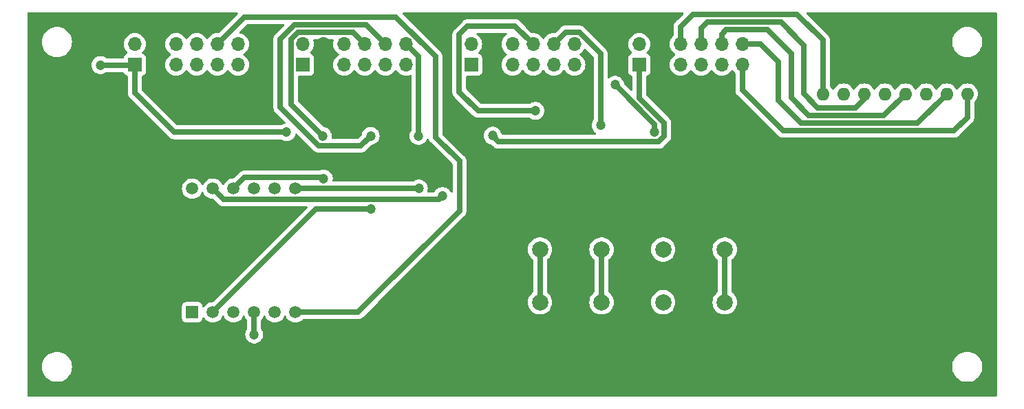
<source format=gbl>
G04 #@! TF.GenerationSoftware,KiCad,Pcbnew,7.0.5*
G04 #@! TF.CreationDate,2023-07-12T21:58:56-04:00*
G04 #@! TF.ProjectId,modulo del FPGA THT,6d6f6475-6c6f-4206-9465-6c2046504741,rev?*
G04 #@! TF.SameCoordinates,Original*
G04 #@! TF.FileFunction,Copper,L2,Bot*
G04 #@! TF.FilePolarity,Positive*
%FSLAX46Y46*%
G04 Gerber Fmt 4.6, Leading zero omitted, Abs format (unit mm)*
G04 Created by KiCad (PCBNEW 7.0.5) date 2023-07-12 21:58:56*
%MOMM*%
%LPD*%
G01*
G04 APERTURE LIST*
G04 #@! TA.AperFunction,ComponentPad*
%ADD10C,2.000000*%
G04 #@! TD*
G04 #@! TA.AperFunction,ComponentPad*
%ADD11R,1.700000X1.700000*%
G04 #@! TD*
G04 #@! TA.AperFunction,ComponentPad*
%ADD12O,1.700000X1.700000*%
G04 #@! TD*
G04 #@! TA.AperFunction,ComponentPad*
%ADD13R,1.600000X1.600000*%
G04 #@! TD*
G04 #@! TA.AperFunction,ComponentPad*
%ADD14O,1.600000X1.600000*%
G04 #@! TD*
G04 #@! TA.AperFunction,ComponentPad*
%ADD15R,1.500000X1.500000*%
G04 #@! TD*
G04 #@! TA.AperFunction,ComponentPad*
%ADD16C,1.500000*%
G04 #@! TD*
G04 #@! TA.AperFunction,ViaPad*
%ADD17C,1.200000*%
G04 #@! TD*
G04 #@! TA.AperFunction,ViaPad*
%ADD18C,0.800000*%
G04 #@! TD*
G04 #@! TA.AperFunction,Conductor*
%ADD19C,0.700000*%
G04 #@! TD*
G04 APERTURE END LIST*
D10*
X103005000Y-83010000D03*
X103005000Y-76510000D03*
X107505000Y-83010000D03*
X107505000Y-76510000D03*
D11*
X119725000Y-53760000D03*
D12*
X119725000Y-51220000D03*
X122265000Y-53760000D03*
X122265000Y-51220000D03*
X124805000Y-53760000D03*
X124805000Y-51220000D03*
X127345000Y-53760000D03*
X127345000Y-51220000D03*
X129885000Y-53760000D03*
X129885000Y-51220000D03*
X132425000Y-53760000D03*
X132425000Y-51220000D03*
D13*
X142305000Y-64980000D03*
D14*
X144845000Y-64980000D03*
X147385000Y-64980000D03*
X149925000Y-64980000D03*
X152465000Y-64980000D03*
X155005000Y-64980000D03*
X157545000Y-64980000D03*
X160085000Y-64980000D03*
X160085000Y-57360000D03*
X157545000Y-57360000D03*
X155005000Y-57360000D03*
X152465000Y-57360000D03*
X149925000Y-57360000D03*
X147385000Y-57360000D03*
X144845000Y-57360000D03*
X142305000Y-57360000D03*
D11*
X57655000Y-53760000D03*
D12*
X57655000Y-51220000D03*
X60195000Y-53760000D03*
X60195000Y-51220000D03*
X62735000Y-53760000D03*
X62735000Y-51220000D03*
X65275000Y-53760000D03*
X65275000Y-51220000D03*
X67815000Y-53760000D03*
X67815000Y-51220000D03*
X70355000Y-53760000D03*
X70355000Y-51220000D03*
D15*
X64715000Y-84240000D03*
D16*
X67255000Y-84240000D03*
X69795000Y-84240000D03*
X72335000Y-84240000D03*
X74875000Y-84240000D03*
X77415000Y-84240000D03*
X77415000Y-69000000D03*
X74875000Y-69000000D03*
X72335000Y-69000000D03*
X69795000Y-69000000D03*
X67255000Y-69000000D03*
X64715000Y-69000000D03*
D10*
X118158332Y-83010000D03*
X118158332Y-76510000D03*
X122658332Y-83010000D03*
X122658332Y-76510000D03*
D11*
X78345000Y-53760000D03*
D12*
X78345000Y-51220000D03*
X80885000Y-53760000D03*
X80885000Y-51220000D03*
X83425000Y-53760000D03*
X83425000Y-51220000D03*
X85965000Y-53760000D03*
X85965000Y-51220000D03*
X88505000Y-53760000D03*
X88505000Y-51220000D03*
X91045000Y-53760000D03*
X91045000Y-51220000D03*
D10*
X125735000Y-83010000D03*
X125735000Y-76510000D03*
X130235000Y-83010000D03*
X130235000Y-76510000D03*
X110581666Y-83010000D03*
X110581666Y-76510000D03*
X115081666Y-83010000D03*
X115081666Y-76510000D03*
D11*
X99035000Y-53760000D03*
D12*
X99035000Y-51220000D03*
X101575000Y-53760000D03*
X101575000Y-51220000D03*
X104115000Y-53760000D03*
X104115000Y-51220000D03*
X106655000Y-53760000D03*
X106655000Y-51220000D03*
X109195000Y-53760000D03*
X109195000Y-51220000D03*
X111735000Y-53760000D03*
X111735000Y-51220000D03*
D17*
X103055000Y-69700000D03*
X120465000Y-71650000D03*
X111335000Y-71650000D03*
X117425000Y-71650000D03*
X114385000Y-71650000D03*
D18*
X132470000Y-87430000D03*
D17*
X108295000Y-71660000D03*
X128735000Y-69700000D03*
X123495000Y-71650000D03*
X76335000Y-62080000D03*
X101675000Y-62490000D03*
X53435000Y-53800000D03*
X80775000Y-62520000D03*
X86675000Y-62520000D03*
X92575000Y-62530000D03*
X106925000Y-59420000D03*
X114965000Y-61220000D03*
X121595000Y-62030000D03*
X116745000Y-56230000D03*
X95525000Y-69920000D03*
X92605000Y-68990000D03*
X72345000Y-86980000D03*
X86675000Y-71549500D03*
X80909198Y-67767340D03*
D19*
X53705000Y-48970000D02*
X51715000Y-50960000D01*
X59615000Y-48970000D02*
X53705000Y-48970000D01*
X86735000Y-65100000D02*
X88835000Y-63000000D01*
X88835000Y-58690000D02*
X87015000Y-56870000D01*
X51715000Y-59910000D02*
X56905000Y-65100000D01*
X56905000Y-65100000D02*
X86735000Y-65100000D01*
X122265000Y-53760000D02*
X122265000Y-56030000D01*
X87015000Y-56870000D02*
X83995000Y-56870000D01*
X88835000Y-63000000D02*
X88835000Y-58690000D01*
X122265000Y-56030000D02*
X131215000Y-64980000D01*
X131215000Y-64980000D02*
X160085000Y-64980000D01*
X51715000Y-50960000D02*
X51715000Y-59910000D01*
X83995000Y-56870000D02*
X80885000Y-53760000D01*
X60195000Y-51220000D02*
X60195000Y-49550000D01*
X60195000Y-49550000D02*
X59615000Y-48970000D01*
X53435000Y-53800000D02*
X57615000Y-53800000D01*
X57615000Y-53800000D02*
X57655000Y-53760000D01*
X101675000Y-62490000D02*
X102415000Y-63230000D01*
X62515000Y-62080000D02*
X57655000Y-57220000D01*
X76335000Y-62080000D02*
X62515000Y-62080000D01*
X122795000Y-62570000D02*
X122795000Y-60936498D01*
X122795000Y-60936498D02*
X119725000Y-57866498D01*
X119725000Y-57866498D02*
X119725000Y-53760000D01*
X102415000Y-63230000D02*
X122135000Y-63230000D01*
X122135000Y-63230000D02*
X122795000Y-62570000D01*
X57655000Y-57220000D02*
X57655000Y-53760000D01*
X115081666Y-76510000D02*
X115081666Y-83010000D01*
X107505000Y-83010000D02*
X107505000Y-76510000D01*
X130235000Y-83010000D02*
X130235000Y-76510000D01*
X94655000Y-52730000D02*
X94655000Y-62680000D01*
X97605000Y-71740000D02*
X85105000Y-84240000D01*
X85105000Y-84240000D02*
X77415000Y-84240000D01*
X94655000Y-62680000D02*
X97605000Y-65630000D01*
X97605000Y-65630000D02*
X97605000Y-71740000D01*
X71165000Y-47870000D02*
X89795000Y-47870000D01*
X67815000Y-51220000D02*
X71165000Y-47870000D01*
X89795000Y-47870000D02*
X94655000Y-52730000D01*
X84515000Y-49770000D02*
X85965000Y-51220000D01*
X80775000Y-62520000D02*
X76895000Y-58640000D01*
X76895000Y-58640000D02*
X76895000Y-50619390D01*
X76895000Y-50619390D02*
X77744390Y-49770000D01*
X77744390Y-49770000D02*
X84515000Y-49770000D01*
X75575000Y-50595888D02*
X77350888Y-48820000D01*
X86675000Y-62520000D02*
X85475000Y-63720000D01*
X86105000Y-48820000D02*
X88505000Y-51220000D01*
X85475000Y-63720000D02*
X80277943Y-63720000D01*
X77350888Y-48820000D02*
X86105000Y-48820000D01*
X80277943Y-63720000D02*
X75575000Y-59017057D01*
X75575000Y-59017057D02*
X75575000Y-50595888D01*
X92575000Y-52750000D02*
X91045000Y-51220000D01*
X92575000Y-62530000D02*
X92575000Y-52750000D01*
X106925000Y-59420000D02*
X99905000Y-59420000D01*
X99905000Y-59420000D02*
X97585000Y-57100000D01*
X97585000Y-50020000D02*
X98605000Y-49000000D01*
X104435000Y-49000000D02*
X106655000Y-51220000D01*
X97585000Y-57100000D02*
X97585000Y-50020000D01*
X98605000Y-49000000D02*
X104435000Y-49000000D01*
X110645000Y-49770000D02*
X109195000Y-51220000D01*
X114965000Y-61220000D02*
X114965000Y-52399390D01*
X112335610Y-49770000D02*
X110645000Y-49770000D01*
X114965000Y-52399390D02*
X112335610Y-49770000D01*
X121595000Y-62030000D02*
X121595000Y-61080000D01*
X121595000Y-61080000D02*
X116745000Y-56230000D01*
X139145000Y-47560000D02*
X142305000Y-50720000D01*
X124805000Y-49070000D02*
X126315000Y-47560000D01*
X142305000Y-50720000D02*
X142305000Y-57360000D01*
X124805000Y-51220000D02*
X124805000Y-49070000D01*
X126315000Y-47560000D02*
X139145000Y-47560000D01*
X137135000Y-48510000D02*
X139965000Y-51340000D01*
X127345000Y-51220000D02*
X127345000Y-49240000D01*
X139965000Y-57330000D02*
X141685000Y-59050000D01*
X128075000Y-48510000D02*
X137135000Y-48510000D01*
X139965000Y-51340000D02*
X139965000Y-57330000D01*
X141685000Y-59050000D02*
X146325000Y-59050000D01*
X127345000Y-49240000D02*
X128075000Y-48510000D01*
X146325000Y-59050000D02*
X147385000Y-57990000D01*
X147385000Y-57990000D02*
X147385000Y-57360000D01*
X138415000Y-57840000D02*
X140575000Y-60000000D01*
X149825000Y-60000000D02*
X152465000Y-57360000D01*
X140575000Y-60000000D02*
X149825000Y-60000000D01*
X135475000Y-49460000D02*
X138415000Y-52400000D01*
X129885000Y-51220000D02*
X129885000Y-50010000D01*
X130435000Y-49460000D02*
X135475000Y-49460000D01*
X129885000Y-50010000D02*
X130435000Y-49460000D01*
X138415000Y-52400000D02*
X138415000Y-57840000D01*
X160085000Y-60240000D02*
X158425000Y-61900000D01*
X137415000Y-61900000D02*
X132425000Y-56910000D01*
X158425000Y-61900000D02*
X137415000Y-61900000D01*
X132425000Y-56910000D02*
X132425000Y-53760000D01*
X160085000Y-57360000D02*
X160085000Y-60240000D01*
X139625000Y-60950000D02*
X153955000Y-60950000D01*
X136845000Y-58170000D02*
X139625000Y-60950000D01*
X136845000Y-53430000D02*
X136845000Y-58170000D01*
X132425000Y-51220000D02*
X134635000Y-51220000D01*
X153955000Y-60950000D02*
X157545000Y-57360000D01*
X134635000Y-51220000D02*
X136845000Y-53430000D01*
X95095000Y-70350000D02*
X68605000Y-70350000D01*
X68605000Y-70350000D02*
X67255000Y-69000000D01*
X95525000Y-69920000D02*
X95095000Y-70350000D01*
X92605000Y-68990000D02*
X92595000Y-69000000D01*
X92595000Y-69000000D02*
X77415000Y-69000000D01*
X72345000Y-86980000D02*
X72345000Y-84250000D01*
X72345000Y-84250000D02*
X72335000Y-84240000D01*
X86675000Y-71549500D02*
X79945500Y-71549500D01*
X79945500Y-71549500D02*
X67255000Y-84240000D01*
X71145000Y-67650000D02*
X69795000Y-69000000D01*
X80791858Y-67650000D02*
X71145000Y-67650000D01*
X80909198Y-67767340D02*
X80791858Y-67650000D01*
G04 #@! TA.AperFunction,Conductor*
G36*
X70289888Y-47329685D02*
G01*
X70335643Y-47382489D01*
X70345587Y-47451647D01*
X70316562Y-47515203D01*
X70310530Y-47521681D01*
X67996457Y-49835752D01*
X67935134Y-49869237D01*
X67897970Y-49871599D01*
X67815003Y-49864341D01*
X67814999Y-49864341D01*
X67579596Y-49884936D01*
X67579586Y-49884938D01*
X67351344Y-49946094D01*
X67351335Y-49946098D01*
X67137171Y-50045964D01*
X67137169Y-50045965D01*
X66943597Y-50181505D01*
X66776505Y-50348597D01*
X66646575Y-50534158D01*
X66591998Y-50577783D01*
X66522500Y-50584977D01*
X66460145Y-50553454D01*
X66443425Y-50534158D01*
X66313494Y-50348597D01*
X66146402Y-50181506D01*
X66146395Y-50181501D01*
X66138937Y-50176279D01*
X66080839Y-50135598D01*
X65952834Y-50045967D01*
X65952830Y-50045965D01*
X65952828Y-50045964D01*
X65738663Y-49946097D01*
X65738659Y-49946096D01*
X65738655Y-49946094D01*
X65510413Y-49884938D01*
X65510403Y-49884936D01*
X65275001Y-49864341D01*
X65274999Y-49864341D01*
X65039596Y-49884936D01*
X65039586Y-49884938D01*
X64811344Y-49946094D01*
X64811335Y-49946098D01*
X64597171Y-50045964D01*
X64597169Y-50045965D01*
X64403597Y-50181505D01*
X64236505Y-50348597D01*
X64106575Y-50534158D01*
X64051998Y-50577783D01*
X63982500Y-50584977D01*
X63920145Y-50553454D01*
X63903425Y-50534158D01*
X63773494Y-50348597D01*
X63606402Y-50181506D01*
X63606395Y-50181501D01*
X63598937Y-50176279D01*
X63540839Y-50135598D01*
X63412834Y-50045967D01*
X63412830Y-50045965D01*
X63412828Y-50045964D01*
X63198663Y-49946097D01*
X63198659Y-49946096D01*
X63198655Y-49946094D01*
X62970413Y-49884938D01*
X62970403Y-49884936D01*
X62735001Y-49864341D01*
X62734999Y-49864341D01*
X62499596Y-49884936D01*
X62499586Y-49884938D01*
X62271344Y-49946094D01*
X62271335Y-49946098D01*
X62057171Y-50045964D01*
X62057169Y-50045965D01*
X61863597Y-50181505D01*
X61696505Y-50348597D01*
X61560965Y-50542169D01*
X61560964Y-50542171D01*
X61461098Y-50756335D01*
X61461094Y-50756344D01*
X61399938Y-50984586D01*
X61399936Y-50984596D01*
X61379341Y-51219999D01*
X61379341Y-51220000D01*
X61399936Y-51455403D01*
X61399938Y-51455413D01*
X61461094Y-51683655D01*
X61461096Y-51683659D01*
X61461097Y-51683663D01*
X61545195Y-51864011D01*
X61560965Y-51897830D01*
X61560967Y-51897834D01*
X61659968Y-52039221D01*
X61696504Y-52091400D01*
X61696506Y-52091402D01*
X61863597Y-52258493D01*
X61863603Y-52258498D01*
X62049158Y-52388425D01*
X62092783Y-52443002D01*
X62099977Y-52512500D01*
X62068454Y-52574855D01*
X62049158Y-52591575D01*
X61863597Y-52721505D01*
X61696505Y-52888597D01*
X61560965Y-53082169D01*
X61560964Y-53082171D01*
X61461098Y-53296335D01*
X61461094Y-53296344D01*
X61399938Y-53524586D01*
X61399936Y-53524596D01*
X61379341Y-53759999D01*
X61379341Y-53760000D01*
X61399936Y-53995403D01*
X61399938Y-53995413D01*
X61461094Y-54223655D01*
X61461096Y-54223659D01*
X61461097Y-54223663D01*
X61541004Y-54395023D01*
X61560965Y-54437830D01*
X61560967Y-54437834D01*
X61635713Y-54544581D01*
X61696505Y-54631401D01*
X61863599Y-54798495D01*
X61955753Y-54863022D01*
X62057165Y-54934032D01*
X62057167Y-54934033D01*
X62057170Y-54934035D01*
X62271337Y-55033903D01*
X62499592Y-55095063D01*
X62676034Y-55110500D01*
X62734999Y-55115659D01*
X62735000Y-55115659D01*
X62735001Y-55115659D01*
X62793966Y-55110500D01*
X62970408Y-55095063D01*
X63198663Y-55033903D01*
X63412830Y-54934035D01*
X63606401Y-54798495D01*
X63773495Y-54631401D01*
X63903426Y-54445840D01*
X63958001Y-54402217D01*
X64027499Y-54395023D01*
X64089854Y-54426546D01*
X64106574Y-54445841D01*
X64236505Y-54631401D01*
X64403599Y-54798495D01*
X64495753Y-54863022D01*
X64597165Y-54934032D01*
X64597167Y-54934033D01*
X64597170Y-54934035D01*
X64811337Y-55033903D01*
X65039592Y-55095063D01*
X65216034Y-55110500D01*
X65274999Y-55115659D01*
X65275000Y-55115659D01*
X65275001Y-55115659D01*
X65333966Y-55110500D01*
X65510408Y-55095063D01*
X65738663Y-55033903D01*
X65952830Y-54934035D01*
X66146401Y-54798495D01*
X66313495Y-54631401D01*
X66443426Y-54445840D01*
X66498001Y-54402217D01*
X66567499Y-54395023D01*
X66629854Y-54426546D01*
X66646574Y-54445841D01*
X66776505Y-54631401D01*
X66943599Y-54798495D01*
X67035753Y-54863022D01*
X67137165Y-54934032D01*
X67137167Y-54934033D01*
X67137170Y-54934035D01*
X67351337Y-55033903D01*
X67579592Y-55095063D01*
X67756034Y-55110500D01*
X67814999Y-55115659D01*
X67815000Y-55115659D01*
X67815001Y-55115659D01*
X67873966Y-55110500D01*
X68050408Y-55095063D01*
X68278663Y-55033903D01*
X68492830Y-54934035D01*
X68686401Y-54798495D01*
X68853495Y-54631401D01*
X68983426Y-54445841D01*
X69038002Y-54402217D01*
X69107500Y-54395023D01*
X69169855Y-54426546D01*
X69186575Y-54445842D01*
X69316500Y-54631395D01*
X69316505Y-54631401D01*
X69483599Y-54798495D01*
X69575753Y-54863022D01*
X69677165Y-54934032D01*
X69677167Y-54934033D01*
X69677170Y-54934035D01*
X69891337Y-55033903D01*
X70119592Y-55095063D01*
X70296034Y-55110500D01*
X70354999Y-55115659D01*
X70355000Y-55115659D01*
X70355001Y-55115659D01*
X70413966Y-55110500D01*
X70590408Y-55095063D01*
X70818663Y-55033903D01*
X71032830Y-54934035D01*
X71226401Y-54798495D01*
X71393495Y-54631401D01*
X71529035Y-54437830D01*
X71628903Y-54223663D01*
X71690063Y-53995408D01*
X71710659Y-53760000D01*
X71690063Y-53524592D01*
X71628903Y-53296337D01*
X71529035Y-53082171D01*
X71523425Y-53074158D01*
X71393494Y-52888597D01*
X71226402Y-52721506D01*
X71226396Y-52721501D01*
X71040842Y-52591575D01*
X70997217Y-52536998D01*
X70990023Y-52467500D01*
X71021546Y-52405145D01*
X71040842Y-52388425D01*
X71095884Y-52349884D01*
X71226401Y-52258495D01*
X71393495Y-52091401D01*
X71529035Y-51897830D01*
X71628903Y-51683663D01*
X71690063Y-51455408D01*
X71710659Y-51220000D01*
X71690063Y-50984592D01*
X71628903Y-50756337D01*
X71529035Y-50542171D01*
X71524775Y-50536086D01*
X71393494Y-50348597D01*
X71226402Y-50181506D01*
X71226395Y-50181501D01*
X71218937Y-50176279D01*
X71160839Y-50135598D01*
X71032834Y-50045967D01*
X71032830Y-50045965D01*
X71032828Y-50045964D01*
X70818663Y-49946097D01*
X70818659Y-49946096D01*
X70818655Y-49946094D01*
X70610509Y-49890323D01*
X70550848Y-49853958D01*
X70520319Y-49791111D01*
X70528613Y-49721736D01*
X70554921Y-49682867D01*
X70965361Y-49272428D01*
X71480969Y-48756819D01*
X71542293Y-48723334D01*
X71568651Y-48720500D01*
X75948237Y-48720500D01*
X76015276Y-48740185D01*
X76061031Y-48792989D01*
X76070975Y-48862147D01*
X76041950Y-48925703D01*
X76035920Y-48932178D01*
X75494448Y-49473650D01*
X74999830Y-49968268D01*
X74996127Y-49971682D01*
X74953900Y-50007551D01*
X74905416Y-50071328D01*
X74904383Y-50072649D01*
X74854158Y-50135132D01*
X74853649Y-50135929D01*
X74842469Y-50153954D01*
X74841941Y-50154831D01*
X74808290Y-50227565D01*
X74807566Y-50229077D01*
X74771966Y-50300860D01*
X74771582Y-50301905D01*
X74764580Y-50321794D01*
X74764267Y-50322721D01*
X74747038Y-50400989D01*
X74746655Y-50402623D01*
X74727314Y-50480395D01*
X74727191Y-50481304D01*
X74724607Y-50502404D01*
X74724500Y-50503389D01*
X74724500Y-50583499D01*
X74724477Y-50585178D01*
X74722306Y-50665325D01*
X74722389Y-50666335D01*
X74724500Y-50688537D01*
X74724500Y-58979968D01*
X74724295Y-58985002D01*
X74719798Y-59040221D01*
X74730615Y-59119620D01*
X74730819Y-59121285D01*
X74739486Y-59200969D01*
X74739710Y-59201987D01*
X74744525Y-59222530D01*
X74744774Y-59223528D01*
X74772402Y-59298735D01*
X74772959Y-59300316D01*
X74798557Y-59376282D01*
X74799001Y-59377242D01*
X74808146Y-59396323D01*
X74808564Y-59397166D01*
X74851719Y-59464683D01*
X74852603Y-59466109D01*
X74893927Y-59534790D01*
X74894538Y-59535593D01*
X74907578Y-59552273D01*
X74908197Y-59553043D01*
X74964860Y-59609706D01*
X74966031Y-59610909D01*
X75021151Y-59669098D01*
X75021155Y-59669100D01*
X75021983Y-59669804D01*
X75039119Y-59683965D01*
X76152304Y-60797150D01*
X76185789Y-60858473D01*
X76180805Y-60928165D01*
X76138933Y-60984098D01*
X76087409Y-61006719D01*
X76032545Y-61016975D01*
X75842364Y-61090651D01*
X75842357Y-61090655D01*
X75668960Y-61198017D01*
X75664385Y-61201473D01*
X75663482Y-61200278D01*
X75607120Y-61227755D01*
X75586388Y-61229500D01*
X62918651Y-61229500D01*
X62851612Y-61209815D01*
X62830970Y-61193181D01*
X58541819Y-56904030D01*
X58508334Y-56842707D01*
X58505500Y-56816349D01*
X58505500Y-55226976D01*
X58525185Y-55159937D01*
X58577989Y-55114182D01*
X58605135Y-55106736D01*
X58604932Y-55105876D01*
X58612479Y-55104092D01*
X58612481Y-55104091D01*
X58612483Y-55104091D01*
X58747331Y-55053796D01*
X58862546Y-54967546D01*
X58948796Y-54852331D01*
X58999091Y-54717483D01*
X59005500Y-54657873D01*
X59005499Y-52862128D01*
X58999966Y-52810655D01*
X58999091Y-52802516D01*
X58948797Y-52667671D01*
X58948793Y-52667664D01*
X58862547Y-52552455D01*
X58862544Y-52552452D01*
X58747335Y-52466206D01*
X58747328Y-52466202D01*
X58615917Y-52417189D01*
X58559983Y-52375318D01*
X58535566Y-52309853D01*
X58550418Y-52241580D01*
X58571563Y-52213332D01*
X58693495Y-52091401D01*
X58829035Y-51897830D01*
X58928903Y-51683663D01*
X58990063Y-51455408D01*
X59010659Y-51220000D01*
X58990063Y-50984592D01*
X58928903Y-50756337D01*
X58829035Y-50542171D01*
X58824775Y-50536086D01*
X58693494Y-50348597D01*
X58526402Y-50181506D01*
X58526395Y-50181501D01*
X58518937Y-50176279D01*
X58460839Y-50135598D01*
X58332834Y-50045967D01*
X58332830Y-50045965D01*
X58332828Y-50045964D01*
X58118663Y-49946097D01*
X58118659Y-49946096D01*
X58118655Y-49946094D01*
X57890413Y-49884938D01*
X57890403Y-49884936D01*
X57655001Y-49864341D01*
X57654999Y-49864341D01*
X57419596Y-49884936D01*
X57419586Y-49884938D01*
X57191344Y-49946094D01*
X57191335Y-49946098D01*
X56977171Y-50045964D01*
X56977169Y-50045965D01*
X56783597Y-50181505D01*
X56616505Y-50348597D01*
X56480965Y-50542169D01*
X56480964Y-50542171D01*
X56381098Y-50756335D01*
X56381094Y-50756344D01*
X56319938Y-50984586D01*
X56319936Y-50984596D01*
X56299341Y-51219999D01*
X56299341Y-51220000D01*
X56319936Y-51455403D01*
X56319938Y-51455413D01*
X56381094Y-51683655D01*
X56381096Y-51683659D01*
X56381097Y-51683663D01*
X56465195Y-51864011D01*
X56480965Y-51897830D01*
X56480967Y-51897834D01*
X56579968Y-52039221D01*
X56616504Y-52091400D01*
X56616506Y-52091402D01*
X56738430Y-52213326D01*
X56771915Y-52274649D01*
X56766931Y-52344341D01*
X56725059Y-52400274D01*
X56694083Y-52417189D01*
X56562669Y-52466203D01*
X56562664Y-52466206D01*
X56447455Y-52552452D01*
X56447452Y-52552455D01*
X56361206Y-52667664D01*
X56361202Y-52667671D01*
X56310910Y-52802513D01*
X56310909Y-52802517D01*
X56307012Y-52838757D01*
X56280276Y-52903306D01*
X56222884Y-52943154D01*
X56183724Y-52949500D01*
X54183612Y-52949500D01*
X54116573Y-52929815D01*
X54105652Y-52921423D01*
X54105615Y-52921473D01*
X54101039Y-52918017D01*
X53927642Y-52810655D01*
X53927635Y-52810651D01*
X53776981Y-52752288D01*
X53737456Y-52736976D01*
X53536976Y-52699500D01*
X53333024Y-52699500D01*
X53132544Y-52736976D01*
X53132541Y-52736976D01*
X53132541Y-52736977D01*
X52942364Y-52810651D01*
X52942357Y-52810655D01*
X52768960Y-52918017D01*
X52768958Y-52918019D01*
X52618237Y-53055418D01*
X52495327Y-53218178D01*
X52404422Y-53400739D01*
X52404417Y-53400752D01*
X52348602Y-53596917D01*
X52329785Y-53799999D01*
X52329785Y-53800000D01*
X52348602Y-54003082D01*
X52404417Y-54199247D01*
X52404422Y-54199260D01*
X52495327Y-54381821D01*
X52618237Y-54544581D01*
X52768958Y-54681980D01*
X52768960Y-54681982D01*
X52826295Y-54717482D01*
X52942363Y-54789348D01*
X53132544Y-54863024D01*
X53333024Y-54900500D01*
X53333026Y-54900500D01*
X53536974Y-54900500D01*
X53536976Y-54900500D01*
X53737456Y-54863024D01*
X53927637Y-54789348D01*
X54101041Y-54681981D01*
X54101044Y-54681978D01*
X54105615Y-54678527D01*
X54106517Y-54679721D01*
X54162880Y-54652245D01*
X54183612Y-54650500D01*
X56199831Y-54650500D01*
X56266870Y-54670185D01*
X56312625Y-54722989D01*
X56316013Y-54731167D01*
X56361202Y-54852328D01*
X56361206Y-54852335D01*
X56447452Y-54967544D01*
X56447455Y-54967547D01*
X56562664Y-55053793D01*
X56562671Y-55053797D01*
X56697517Y-55104091D01*
X56705062Y-55105874D01*
X56704523Y-55108151D01*
X56758287Y-55130408D01*
X56798147Y-55187793D01*
X56804500Y-55226975D01*
X56804500Y-57182911D01*
X56804295Y-57187945D01*
X56799798Y-57243164D01*
X56810615Y-57322563D01*
X56810819Y-57324228D01*
X56819486Y-57403912D01*
X56819710Y-57404930D01*
X56824525Y-57425473D01*
X56824774Y-57426471D01*
X56852402Y-57501678D01*
X56852959Y-57503259D01*
X56878557Y-57579225D01*
X56879001Y-57580185D01*
X56888146Y-57599266D01*
X56888564Y-57600109D01*
X56888567Y-57600114D01*
X56888568Y-57600116D01*
X56914554Y-57640772D01*
X56931719Y-57667626D01*
X56932603Y-57669052D01*
X56973927Y-57737733D01*
X56974538Y-57738536D01*
X56987578Y-57755216D01*
X56988197Y-57755986D01*
X57044860Y-57812649D01*
X57046031Y-57813852D01*
X57101151Y-57872041D01*
X57101155Y-57872043D01*
X57101983Y-57872747D01*
X57119119Y-57886908D01*
X61887385Y-62655173D01*
X61890788Y-62658865D01*
X61900625Y-62670446D01*
X61926663Y-62701100D01*
X61990504Y-62749630D01*
X61991717Y-62750579D01*
X62054246Y-62800842D01*
X62054252Y-62800845D01*
X62055183Y-62801440D01*
X62073023Y-62812504D01*
X62073934Y-62813053D01*
X62073936Y-62813054D01*
X62146705Y-62846720D01*
X62148135Y-62847405D01*
X62219979Y-62883036D01*
X62219984Y-62883037D01*
X62219988Y-62883039D01*
X62221127Y-62883458D01*
X62240776Y-62890376D01*
X62241835Y-62890733D01*
X62278627Y-62898830D01*
X62320145Y-62907969D01*
X62321725Y-62908339D01*
X62399505Y-62927684D01*
X62399507Y-62927684D01*
X62400594Y-62927832D01*
X62421375Y-62930377D01*
X62422502Y-62930499D01*
X62422503Y-62930500D01*
X62502612Y-62930500D01*
X62504291Y-62930523D01*
X62576456Y-62932476D01*
X62584432Y-62932693D01*
X62584432Y-62932692D01*
X62584435Y-62932693D01*
X62585479Y-62932608D01*
X62607648Y-62930500D01*
X75586388Y-62930500D01*
X75653427Y-62950185D01*
X75664347Y-62958576D01*
X75664385Y-62958527D01*
X75668960Y-62961982D01*
X75748231Y-63011064D01*
X75842363Y-63069348D01*
X76032544Y-63143024D01*
X76233024Y-63180500D01*
X76233026Y-63180500D01*
X76436974Y-63180500D01*
X76436976Y-63180500D01*
X76637456Y-63143024D01*
X76827637Y-63069348D01*
X77001041Y-62961981D01*
X77151764Y-62824579D01*
X77274673Y-62661821D01*
X77365582Y-62479250D01*
X77411683Y-62317220D01*
X77448962Y-62258129D01*
X77512272Y-62228572D01*
X77581511Y-62237934D01*
X77618630Y-62263476D01*
X79650328Y-64295173D01*
X79653731Y-64298865D01*
X79689605Y-64341099D01*
X79689606Y-64341100D01*
X79749722Y-64386799D01*
X79753393Y-64389589D01*
X79754716Y-64390624D01*
X79817185Y-64440838D01*
X79817190Y-64440842D01*
X79817195Y-64440844D01*
X79818106Y-64441427D01*
X79835898Y-64452463D01*
X79836876Y-64453052D01*
X79836879Y-64453054D01*
X79836881Y-64453055D01*
X79836883Y-64453056D01*
X79909624Y-64486709D01*
X79911114Y-64487423D01*
X79982922Y-64523037D01*
X79982925Y-64523037D01*
X79982930Y-64523040D01*
X79983962Y-64523419D01*
X80003796Y-64530402D01*
X80004779Y-64530733D01*
X80031179Y-64536543D01*
X80083062Y-64547963D01*
X80084653Y-64548337D01*
X80138138Y-64561638D01*
X80162449Y-64567684D01*
X80162450Y-64567684D01*
X80162454Y-64567685D01*
X80163547Y-64567833D01*
X80184318Y-64570377D01*
X80185445Y-64570499D01*
X80185446Y-64570500D01*
X80265555Y-64570500D01*
X80267234Y-64570523D01*
X80339399Y-64572476D01*
X80347375Y-64572693D01*
X80347375Y-64572692D01*
X80347378Y-64572693D01*
X80348422Y-64572608D01*
X80370591Y-64570500D01*
X85437913Y-64570500D01*
X85442948Y-64570705D01*
X85462562Y-64572301D01*
X85498167Y-64575201D01*
X85562520Y-64566432D01*
X85577580Y-64564381D01*
X85579248Y-64564177D01*
X85658911Y-64555514D01*
X85660036Y-64555266D01*
X85680307Y-64550515D01*
X85681463Y-64550227D01*
X85681468Y-64550227D01*
X85718387Y-64536663D01*
X85756711Y-64522584D01*
X85758267Y-64522035D01*
X85834221Y-64496444D01*
X85834230Y-64496438D01*
X85835351Y-64495920D01*
X85854123Y-64486923D01*
X85855111Y-64486433D01*
X85855116Y-64486432D01*
X85922702Y-64443230D01*
X85924032Y-64442406D01*
X85992736Y-64401070D01*
X85992743Y-64401062D01*
X85993669Y-64400360D01*
X86010076Y-64387533D01*
X86010990Y-64386799D01*
X86010990Y-64386798D01*
X86067722Y-64330065D01*
X86068782Y-64329033D01*
X86127041Y-64273849D01*
X86127044Y-64273843D01*
X86127757Y-64273005D01*
X86141904Y-64255883D01*
X86750209Y-63647578D01*
X86811530Y-63614095D01*
X86815058Y-63613381D01*
X86977456Y-63583024D01*
X87167637Y-63509348D01*
X87341041Y-63401981D01*
X87481592Y-63273852D01*
X87491762Y-63264581D01*
X87514417Y-63234581D01*
X87614673Y-63101821D01*
X87705582Y-62919250D01*
X87761397Y-62723083D01*
X87780215Y-62520000D01*
X87761397Y-62316917D01*
X87705582Y-62120750D01*
X87703121Y-62115808D01*
X87646957Y-62003014D01*
X87614673Y-61938179D01*
X87530652Y-61826917D01*
X87491762Y-61775418D01*
X87341041Y-61638019D01*
X87341039Y-61638017D01*
X87167642Y-61530655D01*
X87167635Y-61530651D01*
X86979851Y-61457904D01*
X86977456Y-61456976D01*
X86776976Y-61419500D01*
X86573024Y-61419500D01*
X86372544Y-61456976D01*
X86372541Y-61456976D01*
X86372541Y-61456977D01*
X86182364Y-61530651D01*
X86182357Y-61530655D01*
X86008960Y-61638017D01*
X86008958Y-61638019D01*
X85858237Y-61775418D01*
X85735327Y-61938178D01*
X85644422Y-62120739D01*
X85644417Y-62120752D01*
X85588603Y-62316915D01*
X85583880Y-62367881D01*
X85558093Y-62432818D01*
X85548090Y-62444119D01*
X85159030Y-62833181D01*
X85097707Y-62866666D01*
X85071349Y-62869500D01*
X81983354Y-62869500D01*
X81916315Y-62849815D01*
X81870560Y-62797011D01*
X81860616Y-62727853D01*
X81861387Y-62723188D01*
X81864881Y-62685488D01*
X81880215Y-62520000D01*
X81861397Y-62316917D01*
X81805582Y-62120750D01*
X81803121Y-62115808D01*
X81746957Y-62003014D01*
X81714673Y-61938179D01*
X81630652Y-61826917D01*
X81591762Y-61775418D01*
X81441041Y-61638019D01*
X81441039Y-61638017D01*
X81267642Y-61530655D01*
X81267635Y-61530651D01*
X81077454Y-61456975D01*
X80915102Y-61426625D01*
X80852821Y-61394957D01*
X80850207Y-61392418D01*
X77781819Y-58324029D01*
X77748334Y-58262706D01*
X77745500Y-58236348D01*
X77745500Y-55234499D01*
X77765185Y-55167460D01*
X77817989Y-55121705D01*
X77869500Y-55110499D01*
X79242871Y-55110499D01*
X79242872Y-55110499D01*
X79302483Y-55104091D01*
X79437331Y-55053796D01*
X79552546Y-54967546D01*
X79638796Y-54852331D01*
X79689091Y-54717483D01*
X79695500Y-54657873D01*
X79695499Y-52862128D01*
X79689966Y-52810655D01*
X79689091Y-52802516D01*
X79638797Y-52667671D01*
X79638793Y-52667664D01*
X79552547Y-52552455D01*
X79552544Y-52552452D01*
X79437335Y-52466206D01*
X79437328Y-52466202D01*
X79305917Y-52417189D01*
X79249983Y-52375318D01*
X79225566Y-52309853D01*
X79240418Y-52241580D01*
X79261563Y-52213332D01*
X79383495Y-52091401D01*
X79519035Y-51897830D01*
X79618903Y-51683663D01*
X79680063Y-51455408D01*
X79700659Y-51220000D01*
X79680063Y-50984592D01*
X79634303Y-50813811D01*
X79624331Y-50776593D01*
X79625994Y-50706743D01*
X79665157Y-50648881D01*
X79729386Y-50621377D01*
X79744106Y-50620500D01*
X82025894Y-50620500D01*
X82092933Y-50640185D01*
X82138688Y-50692989D01*
X82148632Y-50762147D01*
X82145669Y-50776593D01*
X82089938Y-50984586D01*
X82089936Y-50984596D01*
X82069341Y-51219999D01*
X82069341Y-51220000D01*
X82089936Y-51455403D01*
X82089938Y-51455413D01*
X82151094Y-51683655D01*
X82151096Y-51683659D01*
X82151097Y-51683663D01*
X82235195Y-51864011D01*
X82250965Y-51897830D01*
X82250967Y-51897834D01*
X82349968Y-52039221D01*
X82386504Y-52091400D01*
X82386506Y-52091402D01*
X82553597Y-52258493D01*
X82553603Y-52258498D01*
X82739158Y-52388425D01*
X82782783Y-52443002D01*
X82789977Y-52512500D01*
X82758454Y-52574855D01*
X82739158Y-52591575D01*
X82553597Y-52721505D01*
X82386505Y-52888597D01*
X82250965Y-53082169D01*
X82250964Y-53082171D01*
X82151098Y-53296335D01*
X82151094Y-53296344D01*
X82089938Y-53524586D01*
X82089936Y-53524596D01*
X82069341Y-53759999D01*
X82069341Y-53760000D01*
X82089936Y-53995403D01*
X82089938Y-53995413D01*
X82151094Y-54223655D01*
X82151096Y-54223659D01*
X82151097Y-54223663D01*
X82231004Y-54395023D01*
X82250965Y-54437830D01*
X82250967Y-54437834D01*
X82325713Y-54544581D01*
X82386505Y-54631401D01*
X82553599Y-54798495D01*
X82645753Y-54863022D01*
X82747165Y-54934032D01*
X82747167Y-54934033D01*
X82747170Y-54934035D01*
X82961337Y-55033903D01*
X83189592Y-55095063D01*
X83366034Y-55110500D01*
X83424999Y-55115659D01*
X83425000Y-55115659D01*
X83425001Y-55115659D01*
X83483966Y-55110500D01*
X83660408Y-55095063D01*
X83888663Y-55033903D01*
X84102830Y-54934035D01*
X84296401Y-54798495D01*
X84463495Y-54631401D01*
X84593426Y-54445841D01*
X84648002Y-54402217D01*
X84717500Y-54395023D01*
X84779855Y-54426546D01*
X84796575Y-54445842D01*
X84926500Y-54631395D01*
X84926505Y-54631401D01*
X85093599Y-54798495D01*
X85185753Y-54863022D01*
X85287165Y-54934032D01*
X85287167Y-54934033D01*
X85287170Y-54934035D01*
X85501337Y-55033903D01*
X85729592Y-55095063D01*
X85906034Y-55110500D01*
X85964999Y-55115659D01*
X85965000Y-55115659D01*
X85965001Y-55115659D01*
X86023966Y-55110500D01*
X86200408Y-55095063D01*
X86428663Y-55033903D01*
X86642830Y-54934035D01*
X86836401Y-54798495D01*
X87003495Y-54631401D01*
X87133426Y-54445841D01*
X87188002Y-54402217D01*
X87257500Y-54395023D01*
X87319855Y-54426546D01*
X87336575Y-54445842D01*
X87466500Y-54631395D01*
X87466505Y-54631401D01*
X87633599Y-54798495D01*
X87725753Y-54863022D01*
X87827165Y-54934032D01*
X87827167Y-54934033D01*
X87827170Y-54934035D01*
X88041337Y-55033903D01*
X88269592Y-55095063D01*
X88446034Y-55110500D01*
X88504999Y-55115659D01*
X88505000Y-55115659D01*
X88505001Y-55115659D01*
X88563966Y-55110500D01*
X88740408Y-55095063D01*
X88968663Y-55033903D01*
X89182830Y-54934035D01*
X89376401Y-54798495D01*
X89543495Y-54631401D01*
X89673426Y-54445841D01*
X89728002Y-54402217D01*
X89797500Y-54395023D01*
X89859855Y-54426546D01*
X89876575Y-54445842D01*
X90006500Y-54631395D01*
X90006505Y-54631401D01*
X90173599Y-54798495D01*
X90265753Y-54863022D01*
X90367165Y-54934032D01*
X90367167Y-54934033D01*
X90367170Y-54934035D01*
X90581337Y-55033903D01*
X90809592Y-55095063D01*
X90986034Y-55110500D01*
X91044999Y-55115659D01*
X91045000Y-55115659D01*
X91045001Y-55115659D01*
X91103966Y-55110500D01*
X91280408Y-55095063D01*
X91508663Y-55033903D01*
X91548096Y-55015514D01*
X91617172Y-55005023D01*
X91680956Y-55033542D01*
X91719196Y-55092019D01*
X91724500Y-55127897D01*
X91724500Y-61788534D01*
X91704815Y-61855573D01*
X91699462Y-61863249D01*
X91670611Y-61901453D01*
X91635327Y-61948178D01*
X91635323Y-61948185D01*
X91544422Y-62130739D01*
X91544417Y-62130752D01*
X91488602Y-62326917D01*
X91469785Y-62529999D01*
X91469785Y-62530000D01*
X91488602Y-62733082D01*
X91544417Y-62929247D01*
X91544422Y-62929260D01*
X91635327Y-63111821D01*
X91758237Y-63274581D01*
X91908958Y-63411980D01*
X91908960Y-63411982D01*
X92008141Y-63473392D01*
X92082363Y-63519348D01*
X92272544Y-63593024D01*
X92473024Y-63630500D01*
X92473026Y-63630500D01*
X92676974Y-63630500D01*
X92676976Y-63630500D01*
X92877456Y-63593024D01*
X93067637Y-63519348D01*
X93241041Y-63411981D01*
X93391764Y-63274579D01*
X93514673Y-63111821D01*
X93605582Y-62929250D01*
X93605587Y-62929230D01*
X93607438Y-62924454D01*
X93650001Y-62869045D01*
X93715763Y-62845443D01*
X93783846Y-62861141D01*
X93832635Y-62911156D01*
X93839467Y-62926467D01*
X93852402Y-62961677D01*
X93852959Y-62963259D01*
X93878557Y-63039225D01*
X93879001Y-63040185D01*
X93888146Y-63059266D01*
X93888564Y-63060109D01*
X93888567Y-63060114D01*
X93888568Y-63060116D01*
X93894469Y-63069348D01*
X93931719Y-63127626D01*
X93932603Y-63129052D01*
X93973927Y-63197733D01*
X93974538Y-63198536D01*
X93987578Y-63215216D01*
X93988197Y-63215986D01*
X94044860Y-63272649D01*
X94046031Y-63273852D01*
X94101151Y-63332041D01*
X94101155Y-63332043D01*
X94101983Y-63332747D01*
X94119119Y-63346908D01*
X96718181Y-65945969D01*
X96751666Y-66007292D01*
X96754500Y-66033650D01*
X96754500Y-69393014D01*
X96734815Y-69460053D01*
X96682011Y-69505808D01*
X96612853Y-69515752D01*
X96549297Y-69486727D01*
X96519500Y-69448286D01*
X96474469Y-69357853D01*
X96464673Y-69338179D01*
X96373899Y-69217975D01*
X96341762Y-69175418D01*
X96191041Y-69038019D01*
X96191039Y-69038017D01*
X96017642Y-68930655D01*
X96017635Y-68930651D01*
X95922546Y-68893814D01*
X95827456Y-68856976D01*
X95626976Y-68819500D01*
X95423024Y-68819500D01*
X95222544Y-68856976D01*
X95222541Y-68856976D01*
X95222541Y-68856977D01*
X95032364Y-68930651D01*
X95032357Y-68930655D01*
X94858960Y-69038017D01*
X94858958Y-69038019D01*
X94708237Y-69175418D01*
X94585329Y-69338176D01*
X94585327Y-69338179D01*
X94539220Y-69430773D01*
X94491720Y-69482008D01*
X94428222Y-69499500D01*
X93768416Y-69499500D01*
X93701377Y-69479815D01*
X93655622Y-69427011D01*
X93645678Y-69357853D01*
X93649150Y-69341566D01*
X93684313Y-69217979D01*
X93691397Y-69193083D01*
X93710215Y-68990000D01*
X93691397Y-68786917D01*
X93635582Y-68590750D01*
X93628248Y-68576022D01*
X93590643Y-68500500D01*
X93544673Y-68408179D01*
X93421764Y-68245421D01*
X93421762Y-68245418D01*
X93271041Y-68108019D01*
X93271039Y-68108017D01*
X93097642Y-68000655D01*
X93097635Y-68000651D01*
X93002546Y-67963813D01*
X92907456Y-67926976D01*
X92706976Y-67889500D01*
X92503024Y-67889500D01*
X92302544Y-67926976D01*
X92302541Y-67926976D01*
X92302541Y-67926977D01*
X92112364Y-68000651D01*
X92112357Y-68000655D01*
X91938962Y-68108016D01*
X91928955Y-68117139D01*
X91866150Y-68147755D01*
X91845418Y-68149500D01*
X82108845Y-68149500D01*
X82041806Y-68129815D01*
X81996051Y-68077011D01*
X81986107Y-68007853D01*
X81989576Y-67991575D01*
X81995595Y-67970423D01*
X82014413Y-67767340D01*
X82012708Y-67748945D01*
X81995595Y-67564257D01*
X81995594Y-67564256D01*
X81939780Y-67368090D01*
X81848871Y-67185519D01*
X81781385Y-67096153D01*
X81725960Y-67022758D01*
X81575239Y-66885359D01*
X81575237Y-66885357D01*
X81401840Y-66777995D01*
X81401833Y-66777991D01*
X81306744Y-66741153D01*
X81211654Y-66704316D01*
X81011174Y-66666840D01*
X80807222Y-66666840D01*
X80606742Y-66704316D01*
X80606739Y-66704316D01*
X80606739Y-66704317D01*
X80416563Y-66777991D01*
X80416562Y-66777991D01*
X80416561Y-66777992D01*
X80411820Y-66780926D01*
X80346544Y-66799500D01*
X71182087Y-66799500D01*
X71177052Y-66799295D01*
X71121835Y-66794798D01*
X71121826Y-66794799D01*
X71042434Y-66805615D01*
X71040769Y-66805819D01*
X70961092Y-66814485D01*
X70960131Y-66814697D01*
X70939471Y-66819538D01*
X70938538Y-66819770D01*
X70863287Y-66847415D01*
X70861706Y-66847972D01*
X70785784Y-66873553D01*
X70784920Y-66873953D01*
X70765721Y-66883152D01*
X70764881Y-66883569D01*
X70697374Y-66926719D01*
X70695947Y-66927604D01*
X70627268Y-66968927D01*
X70626489Y-66969519D01*
X70609764Y-66982595D01*
X70609013Y-66983198D01*
X70552384Y-67039826D01*
X70551183Y-67040996D01*
X70492956Y-67096153D01*
X70492346Y-67096871D01*
X70478091Y-67114119D01*
X69883806Y-67708404D01*
X69822483Y-67741889D01*
X69796125Y-67744723D01*
X69794998Y-67744723D01*
X69649681Y-67757436D01*
X69577023Y-67763793D01*
X69577020Y-67763793D01*
X69365677Y-67820422D01*
X69365668Y-67820426D01*
X69167361Y-67912898D01*
X69167357Y-67912900D01*
X68988121Y-68038402D01*
X68833402Y-68193121D01*
X68707900Y-68372357D01*
X68707898Y-68372361D01*
X68637382Y-68523583D01*
X68591209Y-68576022D01*
X68524016Y-68595174D01*
X68457135Y-68574958D01*
X68412618Y-68523583D01*
X68398118Y-68492488D01*
X68342102Y-68372362D01*
X68342100Y-68372359D01*
X68342099Y-68372357D01*
X68216599Y-68193124D01*
X68140614Y-68117139D01*
X68061877Y-68038402D01*
X67902746Y-67926977D01*
X67882638Y-67912897D01*
X67783484Y-67866661D01*
X67684330Y-67820425D01*
X67684326Y-67820424D01*
X67684322Y-67820422D01*
X67472977Y-67763793D01*
X67255002Y-67744723D01*
X67254998Y-67744723D01*
X67109682Y-67757436D01*
X67037023Y-67763793D01*
X67037020Y-67763793D01*
X66825677Y-67820422D01*
X66825668Y-67820426D01*
X66627361Y-67912898D01*
X66627357Y-67912900D01*
X66448121Y-68038402D01*
X66293402Y-68193121D01*
X66167900Y-68372357D01*
X66167898Y-68372361D01*
X66097382Y-68523583D01*
X66051209Y-68576022D01*
X65984016Y-68595174D01*
X65917135Y-68574958D01*
X65872618Y-68523583D01*
X65858118Y-68492488D01*
X65802102Y-68372362D01*
X65802100Y-68372359D01*
X65802099Y-68372357D01*
X65676599Y-68193124D01*
X65600614Y-68117139D01*
X65521877Y-68038402D01*
X65362746Y-67926977D01*
X65342638Y-67912897D01*
X65243484Y-67866661D01*
X65144330Y-67820425D01*
X65144326Y-67820424D01*
X65144322Y-67820422D01*
X64932977Y-67763793D01*
X64715002Y-67744723D01*
X64714998Y-67744723D01*
X64569682Y-67757436D01*
X64497023Y-67763793D01*
X64497020Y-67763793D01*
X64285677Y-67820422D01*
X64285668Y-67820426D01*
X64087361Y-67912898D01*
X64087357Y-67912900D01*
X63908121Y-68038402D01*
X63753402Y-68193121D01*
X63627900Y-68372357D01*
X63627898Y-68372361D01*
X63535426Y-68570668D01*
X63535422Y-68570677D01*
X63478793Y-68782020D01*
X63478793Y-68782024D01*
X63459723Y-68999997D01*
X63459723Y-69000002D01*
X63478793Y-69217975D01*
X63478793Y-69217979D01*
X63535422Y-69429322D01*
X63535424Y-69429326D01*
X63535425Y-69429330D01*
X63557382Y-69476416D01*
X63627897Y-69627638D01*
X63627898Y-69627639D01*
X63753402Y-69806877D01*
X63908123Y-69961598D01*
X64087361Y-70087102D01*
X64285670Y-70179575D01*
X64497023Y-70236207D01*
X64666730Y-70251054D01*
X64714998Y-70255277D01*
X64715000Y-70255277D01*
X64715002Y-70255277D01*
X64743254Y-70252805D01*
X64932977Y-70236207D01*
X65144330Y-70179575D01*
X65342639Y-70087102D01*
X65521877Y-69961598D01*
X65676598Y-69806877D01*
X65802102Y-69627639D01*
X65872618Y-69476414D01*
X65918790Y-69423977D01*
X65985984Y-69404825D01*
X66052865Y-69425041D01*
X66097381Y-69476414D01*
X66167898Y-69627639D01*
X66293402Y-69806877D01*
X66448123Y-69961598D01*
X66627361Y-70087102D01*
X66825670Y-70179575D01*
X67037023Y-70236207D01*
X67206730Y-70251054D01*
X67254998Y-70255277D01*
X67256126Y-70255277D01*
X67256604Y-70255417D01*
X67260393Y-70255749D01*
X67260326Y-70256510D01*
X67323165Y-70274962D01*
X67343807Y-70291596D01*
X67977391Y-70925180D01*
X67980784Y-70928860D01*
X68016663Y-70971100D01*
X68032346Y-70983022D01*
X68080441Y-71019582D01*
X68081763Y-71020616D01*
X68098855Y-71034355D01*
X68144246Y-71070841D01*
X68144252Y-71070844D01*
X68145157Y-71071423D01*
X68163009Y-71082497D01*
X68163931Y-71083051D01*
X68163933Y-71083052D01*
X68163936Y-71083054D01*
X68236705Y-71116720D01*
X68238189Y-71117432D01*
X68309979Y-71153036D01*
X68311110Y-71153452D01*
X68330776Y-71160376D01*
X68331835Y-71160733D01*
X68368627Y-71168830D01*
X68410145Y-71177969D01*
X68411725Y-71178339D01*
X68489505Y-71197684D01*
X68489507Y-71197684D01*
X68490594Y-71197832D01*
X68511375Y-71200377D01*
X68512502Y-71200499D01*
X68512503Y-71200500D01*
X68592612Y-71200500D01*
X68594291Y-71200523D01*
X68666456Y-71202476D01*
X68674432Y-71202693D01*
X68674432Y-71202692D01*
X68674435Y-71202693D01*
X68675479Y-71202608D01*
X68697648Y-71200500D01*
X78792350Y-71200500D01*
X78859389Y-71220185D01*
X78905144Y-71272989D01*
X78915088Y-71342147D01*
X78886063Y-71405703D01*
X78880031Y-71412181D01*
X67343806Y-82948404D01*
X67282483Y-82981889D01*
X67256125Y-82984723D01*
X67254998Y-82984723D01*
X67127151Y-82995908D01*
X67037023Y-83003793D01*
X67037020Y-83003793D01*
X66825677Y-83060422D01*
X66825668Y-83060426D01*
X66627361Y-83152898D01*
X66627357Y-83152900D01*
X66448121Y-83278402D01*
X66293402Y-83433121D01*
X66191074Y-83579262D01*
X66136497Y-83622887D01*
X66066999Y-83630081D01*
X66004644Y-83598558D01*
X65969230Y-83538328D01*
X65965499Y-83508139D01*
X65965499Y-83442129D01*
X65965498Y-83442123D01*
X65965497Y-83442116D01*
X65959091Y-83382517D01*
X65954353Y-83369815D01*
X65908797Y-83247671D01*
X65908793Y-83247664D01*
X65822547Y-83132455D01*
X65822544Y-83132452D01*
X65707335Y-83046206D01*
X65707328Y-83046202D01*
X65572482Y-82995908D01*
X65572483Y-82995908D01*
X65512883Y-82989501D01*
X65512881Y-82989500D01*
X65512873Y-82989500D01*
X65512864Y-82989500D01*
X63917129Y-82989500D01*
X63917123Y-82989501D01*
X63857516Y-82995908D01*
X63722671Y-83046202D01*
X63722664Y-83046206D01*
X63607455Y-83132452D01*
X63607452Y-83132455D01*
X63521206Y-83247664D01*
X63521202Y-83247671D01*
X63470908Y-83382517D01*
X63465468Y-83433121D01*
X63464501Y-83442123D01*
X63464500Y-83442135D01*
X63464500Y-85037870D01*
X63464501Y-85037876D01*
X63470908Y-85097483D01*
X63521202Y-85232328D01*
X63521206Y-85232335D01*
X63607452Y-85347544D01*
X63607455Y-85347547D01*
X63722664Y-85433793D01*
X63722671Y-85433797D01*
X63857517Y-85484091D01*
X63857516Y-85484091D01*
X63864444Y-85484835D01*
X63917127Y-85490500D01*
X65512872Y-85490499D01*
X65572483Y-85484091D01*
X65707331Y-85433796D01*
X65822546Y-85347546D01*
X65908796Y-85232331D01*
X65959091Y-85097483D01*
X65965500Y-85037873D01*
X65965499Y-84971860D01*
X65985183Y-84904824D01*
X66037986Y-84859068D01*
X66107144Y-84849124D01*
X66170700Y-84878148D01*
X66191073Y-84900738D01*
X66272093Y-85016445D01*
X66293402Y-85046877D01*
X66448123Y-85201598D01*
X66627361Y-85327102D01*
X66825670Y-85419575D01*
X67037023Y-85476207D01*
X67219926Y-85492208D01*
X67254998Y-85495277D01*
X67255000Y-85495277D01*
X67255002Y-85495277D01*
X67283254Y-85492805D01*
X67472977Y-85476207D01*
X67684330Y-85419575D01*
X67882639Y-85327102D01*
X68061877Y-85201598D01*
X68216598Y-85046877D01*
X68342102Y-84867639D01*
X68412618Y-84716414D01*
X68458790Y-84663977D01*
X68525984Y-84644825D01*
X68592865Y-84665041D01*
X68637381Y-84716414D01*
X68707898Y-84867639D01*
X68833402Y-85046877D01*
X68988123Y-85201598D01*
X69167361Y-85327102D01*
X69365670Y-85419575D01*
X69577023Y-85476207D01*
X69759926Y-85492208D01*
X69794998Y-85495277D01*
X69795000Y-85495277D01*
X69795002Y-85495277D01*
X69823254Y-85492805D01*
X70012977Y-85476207D01*
X70224330Y-85419575D01*
X70422639Y-85327102D01*
X70601877Y-85201598D01*
X70756598Y-85046877D01*
X70882102Y-84867639D01*
X70952618Y-84716414D01*
X70998790Y-84663977D01*
X71065984Y-84644825D01*
X71132865Y-84665041D01*
X71177381Y-84716414D01*
X71247898Y-84867639D01*
X71373402Y-85046877D01*
X71373406Y-85046881D01*
X71458181Y-85131656D01*
X71491666Y-85192979D01*
X71494500Y-85219337D01*
X71494500Y-86238534D01*
X71474815Y-86305573D01*
X71469462Y-86313249D01*
X71440611Y-86351453D01*
X71405327Y-86398178D01*
X71405323Y-86398185D01*
X71314422Y-86580739D01*
X71314417Y-86580752D01*
X71258602Y-86776917D01*
X71239785Y-86979999D01*
X71239785Y-86980000D01*
X71258602Y-87183082D01*
X71314417Y-87379247D01*
X71314422Y-87379260D01*
X71405327Y-87561821D01*
X71528237Y-87724581D01*
X71678958Y-87861980D01*
X71678960Y-87861982D01*
X71778141Y-87923392D01*
X71852363Y-87969348D01*
X72042544Y-88043024D01*
X72243024Y-88080500D01*
X72243026Y-88080500D01*
X72446974Y-88080500D01*
X72446976Y-88080500D01*
X72647456Y-88043024D01*
X72837637Y-87969348D01*
X73011041Y-87861981D01*
X73161764Y-87724579D01*
X73284673Y-87561821D01*
X73375582Y-87379250D01*
X73431397Y-87183083D01*
X73450215Y-86980000D01*
X73431397Y-86776917D01*
X73375582Y-86580750D01*
X73284673Y-86398179D01*
X73220544Y-86313258D01*
X73195854Y-86247899D01*
X73195500Y-86238534D01*
X73195500Y-85199337D01*
X73215185Y-85132298D01*
X73231819Y-85111656D01*
X73259298Y-85084177D01*
X73296598Y-85046877D01*
X73422102Y-84867639D01*
X73492618Y-84716414D01*
X73538790Y-84663977D01*
X73605984Y-84644825D01*
X73672865Y-84665041D01*
X73717381Y-84716414D01*
X73787898Y-84867639D01*
X73913402Y-85046877D01*
X74068123Y-85201598D01*
X74247361Y-85327102D01*
X74445670Y-85419575D01*
X74657023Y-85476207D01*
X74839926Y-85492208D01*
X74874998Y-85495277D01*
X74875000Y-85495277D01*
X74875002Y-85495277D01*
X74903254Y-85492805D01*
X75092977Y-85476207D01*
X75304330Y-85419575D01*
X75502639Y-85327102D01*
X75681877Y-85201598D01*
X75836598Y-85046877D01*
X75962102Y-84867639D01*
X76032618Y-84716414D01*
X76078790Y-84663977D01*
X76145984Y-84644825D01*
X76212865Y-84665041D01*
X76257381Y-84716414D01*
X76327898Y-84867639D01*
X76453402Y-85046877D01*
X76608123Y-85201598D01*
X76787361Y-85327102D01*
X76985670Y-85419575D01*
X77197023Y-85476207D01*
X77379926Y-85492208D01*
X77414998Y-85495277D01*
X77415000Y-85495277D01*
X77415002Y-85495277D01*
X77443254Y-85492805D01*
X77632977Y-85476207D01*
X77844330Y-85419575D01*
X78042639Y-85327102D01*
X78221877Y-85201598D01*
X78296656Y-85126818D01*
X78357979Y-85093334D01*
X78384337Y-85090500D01*
X85067913Y-85090500D01*
X85072948Y-85090705D01*
X85092562Y-85092301D01*
X85128167Y-85095201D01*
X85192520Y-85086432D01*
X85207580Y-85084381D01*
X85209248Y-85084177D01*
X85288911Y-85075514D01*
X85290036Y-85075266D01*
X85310307Y-85070515D01*
X85311463Y-85070227D01*
X85311468Y-85070227D01*
X85348387Y-85056663D01*
X85386711Y-85042584D01*
X85388267Y-85042035D01*
X85464221Y-85016444D01*
X85464230Y-85016438D01*
X85465351Y-85015920D01*
X85484123Y-85006923D01*
X85485111Y-85006433D01*
X85485116Y-85006432D01*
X85552702Y-84963230D01*
X85554032Y-84962406D01*
X85622736Y-84921070D01*
X85622743Y-84921062D01*
X85623669Y-84920360D01*
X85640076Y-84907533D01*
X85640990Y-84906799D01*
X85647051Y-84900738D01*
X85697722Y-84850065D01*
X85698782Y-84849033D01*
X85757041Y-84793849D01*
X85757044Y-84793843D01*
X85757757Y-84793005D01*
X85771904Y-84775883D01*
X87537782Y-83010005D01*
X105999357Y-83010005D01*
X106019890Y-83257812D01*
X106019892Y-83257824D01*
X106080936Y-83498881D01*
X106180826Y-83726606D01*
X106316833Y-83934782D01*
X106316836Y-83934785D01*
X106485256Y-84117738D01*
X106681491Y-84270474D01*
X106900190Y-84388828D01*
X107135386Y-84469571D01*
X107380665Y-84510500D01*
X107629335Y-84510500D01*
X107874614Y-84469571D01*
X108109810Y-84388828D01*
X108328509Y-84270474D01*
X108524744Y-84117738D01*
X108693164Y-83934785D01*
X108829173Y-83726607D01*
X108929063Y-83498881D01*
X108990108Y-83257821D01*
X108998802Y-83152898D01*
X109010643Y-83010005D01*
X113576023Y-83010005D01*
X113596556Y-83257812D01*
X113596558Y-83257824D01*
X113657602Y-83498881D01*
X113757492Y-83726606D01*
X113893499Y-83934782D01*
X113893502Y-83934785D01*
X114061922Y-84117738D01*
X114258157Y-84270474D01*
X114476856Y-84388828D01*
X114712052Y-84469571D01*
X114957331Y-84510500D01*
X115206001Y-84510500D01*
X115451280Y-84469571D01*
X115686476Y-84388828D01*
X115905175Y-84270474D01*
X116101410Y-84117738D01*
X116269830Y-83934785D01*
X116405839Y-83726607D01*
X116505729Y-83498881D01*
X116566774Y-83257821D01*
X116575468Y-83152898D01*
X116587309Y-83010005D01*
X121152689Y-83010005D01*
X121173222Y-83257812D01*
X121173224Y-83257824D01*
X121234268Y-83498881D01*
X121334158Y-83726606D01*
X121470165Y-83934782D01*
X121470168Y-83934785D01*
X121638588Y-84117738D01*
X121834823Y-84270474D01*
X122053522Y-84388828D01*
X122288718Y-84469571D01*
X122533997Y-84510500D01*
X122782667Y-84510500D01*
X123027946Y-84469571D01*
X123263142Y-84388828D01*
X123481841Y-84270474D01*
X123678076Y-84117738D01*
X123846496Y-83934785D01*
X123982505Y-83726607D01*
X124082395Y-83498881D01*
X124143440Y-83257821D01*
X124152134Y-83152898D01*
X124163975Y-83010005D01*
X128729357Y-83010005D01*
X128749890Y-83257812D01*
X128749892Y-83257824D01*
X128810936Y-83498881D01*
X128910826Y-83726606D01*
X129046833Y-83934782D01*
X129046836Y-83934785D01*
X129215256Y-84117738D01*
X129411491Y-84270474D01*
X129630190Y-84388828D01*
X129865386Y-84469571D01*
X130110665Y-84510500D01*
X130359335Y-84510500D01*
X130604614Y-84469571D01*
X130839810Y-84388828D01*
X131058509Y-84270474D01*
X131254744Y-84117738D01*
X131423164Y-83934785D01*
X131559173Y-83726607D01*
X131659063Y-83498881D01*
X131720108Y-83257821D01*
X131728802Y-83152898D01*
X131740643Y-83010005D01*
X131740643Y-83009994D01*
X131720109Y-82762187D01*
X131720107Y-82762175D01*
X131659063Y-82521118D01*
X131559173Y-82293393D01*
X131423166Y-82085217D01*
X131402860Y-82063159D01*
X131254744Y-81902262D01*
X131133337Y-81807766D01*
X131092524Y-81751055D01*
X131085500Y-81709913D01*
X131085500Y-77810085D01*
X131105185Y-77743046D01*
X131133334Y-77712235D01*
X131254744Y-77617738D01*
X131423164Y-77434785D01*
X131559173Y-77226607D01*
X131659063Y-76998881D01*
X131720108Y-76757821D01*
X131740643Y-76510000D01*
X131720108Y-76262179D01*
X131659063Y-76021119D01*
X131559173Y-75793393D01*
X131559173Y-75793392D01*
X131423166Y-75585217D01*
X131401557Y-75561744D01*
X131254744Y-75402262D01*
X131058509Y-75249526D01*
X131058507Y-75249525D01*
X131058506Y-75249524D01*
X130839811Y-75131172D01*
X130839802Y-75131169D01*
X130604616Y-75050429D01*
X130359335Y-75009500D01*
X130110665Y-75009500D01*
X129865383Y-75050429D01*
X129630197Y-75131169D01*
X129630188Y-75131172D01*
X129411493Y-75249524D01*
X129215257Y-75402261D01*
X129046833Y-75585217D01*
X128910826Y-75793393D01*
X128810936Y-76021118D01*
X128749892Y-76262175D01*
X128749890Y-76262187D01*
X128729357Y-76509994D01*
X128729357Y-76510005D01*
X128749890Y-76757812D01*
X128749892Y-76757824D01*
X128810936Y-76998881D01*
X128910826Y-77226606D01*
X129046833Y-77434782D01*
X129046836Y-77434785D01*
X129215256Y-77617738D01*
X129336663Y-77712233D01*
X129377475Y-77768942D01*
X129384500Y-77810085D01*
X129384500Y-81709913D01*
X129364815Y-81776952D01*
X129336663Y-81807766D01*
X129215258Y-81902260D01*
X129046833Y-82085217D01*
X128910826Y-82293393D01*
X128810936Y-82521118D01*
X128749892Y-82762175D01*
X128749890Y-82762187D01*
X128729357Y-83009994D01*
X128729357Y-83010005D01*
X124163975Y-83010005D01*
X124163975Y-83009994D01*
X124143441Y-82762187D01*
X124143439Y-82762175D01*
X124082395Y-82521118D01*
X123982505Y-82293393D01*
X123846498Y-82085217D01*
X123824889Y-82061744D01*
X123678076Y-81902262D01*
X123481841Y-81749526D01*
X123481839Y-81749525D01*
X123481838Y-81749524D01*
X123263143Y-81631172D01*
X123263134Y-81631169D01*
X123027948Y-81550429D01*
X122782667Y-81509500D01*
X122533997Y-81509500D01*
X122288715Y-81550429D01*
X122053529Y-81631169D01*
X122053520Y-81631172D01*
X121834825Y-81749524D01*
X121638589Y-81902261D01*
X121470165Y-82085217D01*
X121334158Y-82293393D01*
X121234268Y-82521118D01*
X121173224Y-82762175D01*
X121173222Y-82762187D01*
X121152689Y-83009994D01*
X121152689Y-83010005D01*
X116587309Y-83010005D01*
X116587309Y-83009994D01*
X116566775Y-82762187D01*
X116566773Y-82762175D01*
X116505729Y-82521118D01*
X116405839Y-82293393D01*
X116269832Y-82085217D01*
X116249526Y-82063159D01*
X116101410Y-81902262D01*
X115980003Y-81807766D01*
X115939190Y-81751055D01*
X115932166Y-81709913D01*
X115932166Y-77810085D01*
X115951851Y-77743046D01*
X115980000Y-77712235D01*
X116101410Y-77617738D01*
X116269830Y-77434785D01*
X116405839Y-77226607D01*
X116505729Y-76998881D01*
X116566774Y-76757821D01*
X116587309Y-76510005D01*
X121152689Y-76510005D01*
X121173222Y-76757812D01*
X121173224Y-76757824D01*
X121234268Y-76998881D01*
X121334158Y-77226606D01*
X121470165Y-77434782D01*
X121470168Y-77434785D01*
X121638588Y-77617738D01*
X121834823Y-77770474D01*
X122053522Y-77888828D01*
X122288718Y-77969571D01*
X122533997Y-78010500D01*
X122782667Y-78010500D01*
X123027946Y-77969571D01*
X123263142Y-77888828D01*
X123481841Y-77770474D01*
X123678076Y-77617738D01*
X123846496Y-77434785D01*
X123982505Y-77226607D01*
X124082395Y-76998881D01*
X124143440Y-76757821D01*
X124163975Y-76510000D01*
X124143440Y-76262179D01*
X124082395Y-76021119D01*
X123982505Y-75793393D01*
X123846498Y-75585217D01*
X123824889Y-75561744D01*
X123678076Y-75402262D01*
X123481841Y-75249526D01*
X123481839Y-75249525D01*
X123481838Y-75249524D01*
X123263143Y-75131172D01*
X123263134Y-75131169D01*
X123027948Y-75050429D01*
X122782667Y-75009500D01*
X122533997Y-75009500D01*
X122288715Y-75050429D01*
X122053529Y-75131169D01*
X122053520Y-75131172D01*
X121834825Y-75249524D01*
X121638589Y-75402261D01*
X121470165Y-75585217D01*
X121334158Y-75793393D01*
X121234268Y-76021118D01*
X121173224Y-76262175D01*
X121173222Y-76262187D01*
X121152689Y-76509994D01*
X121152689Y-76510005D01*
X116587309Y-76510005D01*
X116587309Y-76510000D01*
X116566774Y-76262179D01*
X116505729Y-76021119D01*
X116405839Y-75793393D01*
X116269832Y-75585217D01*
X116248223Y-75561744D01*
X116101410Y-75402262D01*
X115905175Y-75249526D01*
X115905173Y-75249525D01*
X115905172Y-75249524D01*
X115686477Y-75131172D01*
X115686468Y-75131169D01*
X115451282Y-75050429D01*
X115206001Y-75009500D01*
X114957331Y-75009500D01*
X114712049Y-75050429D01*
X114476863Y-75131169D01*
X114476854Y-75131172D01*
X114258159Y-75249524D01*
X114061923Y-75402261D01*
X113893499Y-75585217D01*
X113757492Y-75793393D01*
X113657602Y-76021118D01*
X113596558Y-76262175D01*
X113596556Y-76262187D01*
X113576023Y-76509994D01*
X113576023Y-76510005D01*
X113596556Y-76757812D01*
X113596558Y-76757824D01*
X113657602Y-76998881D01*
X113757492Y-77226606D01*
X113893499Y-77434782D01*
X113893502Y-77434785D01*
X114061922Y-77617738D01*
X114183329Y-77712233D01*
X114224141Y-77768942D01*
X114231166Y-77810085D01*
X114231166Y-81709913D01*
X114211481Y-81776952D01*
X114183329Y-81807766D01*
X114061924Y-81902260D01*
X113893499Y-82085217D01*
X113757492Y-82293393D01*
X113657602Y-82521118D01*
X113596558Y-82762175D01*
X113596556Y-82762187D01*
X113576023Y-83009994D01*
X113576023Y-83010005D01*
X109010643Y-83010005D01*
X109010643Y-83009994D01*
X108990109Y-82762187D01*
X108990107Y-82762175D01*
X108929063Y-82521118D01*
X108829173Y-82293393D01*
X108693166Y-82085217D01*
X108672860Y-82063159D01*
X108524744Y-81902262D01*
X108403335Y-81807765D01*
X108362523Y-81751056D01*
X108355500Y-81709918D01*
X108355500Y-77810084D01*
X108375185Y-77743046D01*
X108403334Y-77712235D01*
X108524744Y-77617738D01*
X108693164Y-77434785D01*
X108829173Y-77226607D01*
X108929063Y-76998881D01*
X108990108Y-76757821D01*
X109010643Y-76510000D01*
X108990108Y-76262179D01*
X108929063Y-76021119D01*
X108829173Y-75793393D01*
X108829173Y-75793392D01*
X108693166Y-75585217D01*
X108671557Y-75561744D01*
X108524744Y-75402262D01*
X108328509Y-75249526D01*
X108328507Y-75249525D01*
X108328506Y-75249524D01*
X108109811Y-75131172D01*
X108109802Y-75131169D01*
X107874616Y-75050429D01*
X107629335Y-75009500D01*
X107380665Y-75009500D01*
X107135383Y-75050429D01*
X106900197Y-75131169D01*
X106900188Y-75131172D01*
X106681493Y-75249524D01*
X106485257Y-75402261D01*
X106316833Y-75585217D01*
X106180826Y-75793393D01*
X106080936Y-76021118D01*
X106019892Y-76262175D01*
X106019890Y-76262187D01*
X105999357Y-76509994D01*
X105999357Y-76510005D01*
X106019890Y-76757812D01*
X106019892Y-76757824D01*
X106080936Y-76998881D01*
X106180826Y-77226606D01*
X106316833Y-77434782D01*
X106316836Y-77434785D01*
X106485256Y-77617738D01*
X106606663Y-77712233D01*
X106647475Y-77768942D01*
X106654500Y-77810085D01*
X106654500Y-81709913D01*
X106634815Y-81776952D01*
X106606663Y-81807766D01*
X106485258Y-81902260D01*
X106316833Y-82085217D01*
X106180826Y-82293393D01*
X106080936Y-82521118D01*
X106019892Y-82762175D01*
X106019890Y-82762187D01*
X105999357Y-83009994D01*
X105999357Y-83010005D01*
X87537782Y-83010005D01*
X98180185Y-72367601D01*
X98183852Y-72364221D01*
X98226100Y-72328337D01*
X98274633Y-72264491D01*
X98275628Y-72263220D01*
X98325844Y-72200750D01*
X98326432Y-72199829D01*
X98337426Y-72182105D01*
X98338050Y-72181069D01*
X98338054Y-72181064D01*
X98371695Y-72108346D01*
X98372422Y-72106830D01*
X98408037Y-72035021D01*
X98408037Y-72035017D01*
X98408040Y-72035013D01*
X98408440Y-72033923D01*
X98415329Y-72014361D01*
X98415729Y-72013172D01*
X98415732Y-72013167D01*
X98432972Y-71934840D01*
X98433343Y-71933261D01*
X98452684Y-71855494D01*
X98452684Y-71855490D01*
X98452833Y-71854400D01*
X98455371Y-71833677D01*
X98455500Y-71832497D01*
X98455500Y-71752386D01*
X98455523Y-71750707D01*
X98457693Y-71670566D01*
X98457604Y-71669479D01*
X98455499Y-71647341D01*
X98455499Y-68782020D01*
X98455499Y-65667061D01*
X98455703Y-65662068D01*
X98460201Y-65606833D01*
X98449380Y-65527418D01*
X98449177Y-65525754D01*
X98440514Y-65446090D01*
X98440513Y-65446086D01*
X98440280Y-65445026D01*
X98435497Y-65424621D01*
X98435227Y-65423531D01*
X98407588Y-65348298D01*
X98407030Y-65346715D01*
X98381444Y-65270779D01*
X98381441Y-65270775D01*
X98381441Y-65270773D01*
X98381006Y-65269831D01*
X98371895Y-65250818D01*
X98371433Y-65249887D01*
X98371432Y-65249884D01*
X98328269Y-65182356D01*
X98327402Y-65180960D01*
X98286070Y-65112264D01*
X98286069Y-65112263D01*
X98286068Y-65112261D01*
X98285457Y-65111458D01*
X98272493Y-65094874D01*
X98271803Y-65094016D01*
X98271800Y-65094011D01*
X98215101Y-65037312D01*
X98213966Y-65036145D01*
X98158849Y-64977958D01*
X98158088Y-64977312D01*
X98140881Y-64963092D01*
X95541818Y-62364029D01*
X95508333Y-62302706D01*
X95505499Y-62276348D01*
X95505499Y-57547626D01*
X95505499Y-57123164D01*
X96729798Y-57123164D01*
X96740615Y-57202563D01*
X96740819Y-57204228D01*
X96749486Y-57283912D01*
X96749710Y-57284930D01*
X96754525Y-57305473D01*
X96754774Y-57306471D01*
X96782402Y-57381678D01*
X96782959Y-57383259D01*
X96808557Y-57459225D01*
X96809001Y-57460185D01*
X96818146Y-57479266D01*
X96818564Y-57480109D01*
X96861719Y-57547626D01*
X96862603Y-57549052D01*
X96903927Y-57617733D01*
X96904538Y-57618536D01*
X96917578Y-57635216D01*
X96918197Y-57635986D01*
X96974860Y-57692649D01*
X96976031Y-57693852D01*
X97031151Y-57752041D01*
X97031155Y-57752043D01*
X97031983Y-57752747D01*
X97049119Y-57766907D01*
X99277391Y-59995180D01*
X99280784Y-59998860D01*
X99316663Y-60041100D01*
X99367592Y-60079815D01*
X99380441Y-60089582D01*
X99381763Y-60090616D01*
X99389290Y-60096666D01*
X99444246Y-60140841D01*
X99444252Y-60140844D01*
X99445157Y-60141423D01*
X99463009Y-60152497D01*
X99463931Y-60153051D01*
X99463933Y-60153052D01*
X99463936Y-60153054D01*
X99536721Y-60186727D01*
X99538158Y-60187416D01*
X99609978Y-60223036D01*
X99611057Y-60223433D01*
X99630856Y-60230402D01*
X99631824Y-60230728D01*
X99631833Y-60230732D01*
X99710143Y-60247968D01*
X99711705Y-60248334D01*
X99789505Y-60267684D01*
X99789507Y-60267684D01*
X99789511Y-60267685D01*
X99790570Y-60267829D01*
X99811375Y-60270377D01*
X99812502Y-60270499D01*
X99812503Y-60270500D01*
X99892612Y-60270500D01*
X99894291Y-60270523D01*
X99966456Y-60272476D01*
X99974432Y-60272693D01*
X99974432Y-60272692D01*
X99974435Y-60272693D01*
X99975479Y-60272608D01*
X99997648Y-60270500D01*
X106176388Y-60270500D01*
X106243427Y-60290185D01*
X106254347Y-60298576D01*
X106254385Y-60298527D01*
X106258960Y-60301982D01*
X106326575Y-60343847D01*
X106432363Y-60409348D01*
X106622544Y-60483024D01*
X106823024Y-60520500D01*
X106823026Y-60520500D01*
X107026974Y-60520500D01*
X107026976Y-60520500D01*
X107227456Y-60483024D01*
X107417637Y-60409348D01*
X107591041Y-60301981D01*
X107719122Y-60185219D01*
X107741762Y-60164581D01*
X107741764Y-60164579D01*
X107864673Y-60001821D01*
X107955582Y-59819250D01*
X108011397Y-59623083D01*
X108030215Y-59420000D01*
X108011397Y-59216917D01*
X107955582Y-59020750D01*
X107949160Y-59007853D01*
X107873437Y-58855780D01*
X107864673Y-58838179D01*
X107741764Y-58675421D01*
X107741762Y-58675418D01*
X107591041Y-58538019D01*
X107591039Y-58538017D01*
X107417642Y-58430655D01*
X107417635Y-58430651D01*
X107322546Y-58393814D01*
X107227456Y-58356976D01*
X107026976Y-58319500D01*
X106823024Y-58319500D01*
X106622544Y-58356976D01*
X106622541Y-58356976D01*
X106622541Y-58356977D01*
X106432364Y-58430651D01*
X106432357Y-58430655D01*
X106258960Y-58538017D01*
X106254385Y-58541473D01*
X106253482Y-58540278D01*
X106197120Y-58567755D01*
X106176388Y-58569500D01*
X100308650Y-58569500D01*
X100241611Y-58549815D01*
X100220969Y-58533181D01*
X98471819Y-56784030D01*
X98438334Y-56722707D01*
X98435500Y-56696349D01*
X98435500Y-55234499D01*
X98455185Y-55167460D01*
X98507989Y-55121705D01*
X98559500Y-55110499D01*
X99932871Y-55110499D01*
X99932872Y-55110499D01*
X99992483Y-55104091D01*
X100127331Y-55053796D01*
X100242546Y-54967546D01*
X100328796Y-54852331D01*
X100379091Y-54717483D01*
X100385500Y-54657873D01*
X100385499Y-52862128D01*
X100379966Y-52810655D01*
X100379091Y-52802516D01*
X100328797Y-52667671D01*
X100328793Y-52667664D01*
X100242547Y-52552455D01*
X100242544Y-52552452D01*
X100127335Y-52466206D01*
X100127328Y-52466202D01*
X99995917Y-52417189D01*
X99939983Y-52375318D01*
X99915566Y-52309853D01*
X99930418Y-52241580D01*
X99951563Y-52213332D01*
X100073495Y-52091401D01*
X100209035Y-51897830D01*
X100308903Y-51683663D01*
X100370063Y-51455408D01*
X100390659Y-51220000D01*
X100370063Y-50984592D01*
X100308903Y-50756337D01*
X100209035Y-50542171D01*
X100204775Y-50536086D01*
X100073494Y-50348597D01*
X99906402Y-50181506D01*
X99906395Y-50181501D01*
X99898937Y-50176279D01*
X99803199Y-50109242D01*
X99755832Y-50076075D01*
X99712207Y-50021498D01*
X99705014Y-49952000D01*
X99736536Y-49889645D01*
X99796766Y-49854231D01*
X99826955Y-49850500D01*
X103323046Y-49850500D01*
X103390085Y-49870185D01*
X103435840Y-49922989D01*
X103445784Y-49992147D01*
X103416759Y-50055703D01*
X103394169Y-50076075D01*
X103243597Y-50181505D01*
X103076505Y-50348597D01*
X102940965Y-50542169D01*
X102940964Y-50542171D01*
X102841098Y-50756335D01*
X102841094Y-50756344D01*
X102779938Y-50984586D01*
X102779936Y-50984596D01*
X102759341Y-51219999D01*
X102759341Y-51220000D01*
X102779936Y-51455403D01*
X102779938Y-51455413D01*
X102841094Y-51683655D01*
X102841096Y-51683659D01*
X102841097Y-51683663D01*
X102925195Y-51864011D01*
X102940965Y-51897830D01*
X102940967Y-51897834D01*
X103039968Y-52039221D01*
X103076504Y-52091400D01*
X103076506Y-52091402D01*
X103243597Y-52258493D01*
X103243603Y-52258498D01*
X103429158Y-52388425D01*
X103472783Y-52443002D01*
X103479977Y-52512500D01*
X103448454Y-52574855D01*
X103429158Y-52591575D01*
X103243597Y-52721505D01*
X103076505Y-52888597D01*
X102940965Y-53082169D01*
X102940964Y-53082171D01*
X102841098Y-53296335D01*
X102841094Y-53296344D01*
X102779938Y-53524586D01*
X102779936Y-53524596D01*
X102759341Y-53759999D01*
X102759341Y-53760000D01*
X102779936Y-53995403D01*
X102779938Y-53995413D01*
X102841094Y-54223655D01*
X102841096Y-54223659D01*
X102841097Y-54223663D01*
X102921004Y-54395023D01*
X102940965Y-54437830D01*
X102940967Y-54437834D01*
X103015713Y-54544581D01*
X103076505Y-54631401D01*
X103243599Y-54798495D01*
X103335753Y-54863022D01*
X103437165Y-54934032D01*
X103437167Y-54934033D01*
X103437170Y-54934035D01*
X103651337Y-55033903D01*
X103879592Y-55095063D01*
X104056034Y-55110500D01*
X104114999Y-55115659D01*
X104115000Y-55115659D01*
X104115001Y-55115659D01*
X104173966Y-55110500D01*
X104350408Y-55095063D01*
X104578663Y-55033903D01*
X104792830Y-54934035D01*
X104986401Y-54798495D01*
X105153495Y-54631401D01*
X105283426Y-54445841D01*
X105338002Y-54402217D01*
X105407500Y-54395023D01*
X105469855Y-54426546D01*
X105486575Y-54445842D01*
X105616500Y-54631395D01*
X105616505Y-54631401D01*
X105783599Y-54798495D01*
X105875753Y-54863022D01*
X105977165Y-54934032D01*
X105977167Y-54934033D01*
X105977170Y-54934035D01*
X106191337Y-55033903D01*
X106419592Y-55095063D01*
X106596034Y-55110500D01*
X106654999Y-55115659D01*
X106655000Y-55115659D01*
X106655001Y-55115659D01*
X106713966Y-55110500D01*
X106890408Y-55095063D01*
X107118663Y-55033903D01*
X107332830Y-54934035D01*
X107526401Y-54798495D01*
X107693495Y-54631401D01*
X107823426Y-54445841D01*
X107878002Y-54402217D01*
X107947500Y-54395023D01*
X108009855Y-54426546D01*
X108026575Y-54445842D01*
X108156500Y-54631395D01*
X108156505Y-54631401D01*
X108323599Y-54798495D01*
X108415753Y-54863022D01*
X108517165Y-54934032D01*
X108517167Y-54934033D01*
X108517170Y-54934035D01*
X108731337Y-55033903D01*
X108959592Y-55095063D01*
X109136034Y-55110500D01*
X109194999Y-55115659D01*
X109195000Y-55115659D01*
X109195001Y-55115659D01*
X109253966Y-55110500D01*
X109430408Y-55095063D01*
X109658663Y-55033903D01*
X109872830Y-54934035D01*
X110066401Y-54798495D01*
X110233495Y-54631401D01*
X110363426Y-54445841D01*
X110418002Y-54402217D01*
X110487500Y-54395023D01*
X110549855Y-54426546D01*
X110566575Y-54445842D01*
X110696500Y-54631395D01*
X110696505Y-54631401D01*
X110863599Y-54798495D01*
X110955753Y-54863022D01*
X111057165Y-54934032D01*
X111057167Y-54934033D01*
X111057170Y-54934035D01*
X111271337Y-55033903D01*
X111499592Y-55095063D01*
X111676034Y-55110500D01*
X111734999Y-55115659D01*
X111735000Y-55115659D01*
X111735001Y-55115659D01*
X111793966Y-55110500D01*
X111970408Y-55095063D01*
X112198663Y-55033903D01*
X112412830Y-54934035D01*
X112606401Y-54798495D01*
X112773495Y-54631401D01*
X112909035Y-54437830D01*
X113008903Y-54223663D01*
X113070063Y-53995408D01*
X113090659Y-53760000D01*
X113070063Y-53524592D01*
X113008903Y-53296337D01*
X112909035Y-53082171D01*
X112903425Y-53074158D01*
X112773494Y-52888597D01*
X112606402Y-52721506D01*
X112606396Y-52721501D01*
X112420842Y-52591575D01*
X112377217Y-52536998D01*
X112370023Y-52467500D01*
X112401546Y-52405145D01*
X112420842Y-52388425D01*
X112475884Y-52349884D01*
X112606401Y-52258495D01*
X112773495Y-52091401D01*
X112909035Y-51897830D01*
X112946014Y-51818526D01*
X112992183Y-51766092D01*
X113059377Y-51746939D01*
X113126258Y-51767154D01*
X113146075Y-51783254D01*
X114078180Y-52715359D01*
X114111665Y-52776682D01*
X114114499Y-52803040D01*
X114114499Y-60478534D01*
X114094814Y-60545573D01*
X114089454Y-60553259D01*
X114025331Y-60638172D01*
X114025323Y-60638185D01*
X113934422Y-60820739D01*
X113934417Y-60820752D01*
X113878602Y-61016917D01*
X113859785Y-61219999D01*
X113859785Y-61220000D01*
X113878602Y-61423082D01*
X113934417Y-61619247D01*
X113934422Y-61619260D01*
X114025327Y-61801821D01*
X114148237Y-61964581D01*
X114298958Y-62101980D01*
X114298960Y-62101982D01*
X114376630Y-62150073D01*
X114423266Y-62202101D01*
X114434370Y-62271082D01*
X114406417Y-62335117D01*
X114348282Y-62373873D01*
X114311353Y-62379500D01*
X102881379Y-62379500D01*
X102814340Y-62359815D01*
X102768585Y-62307011D01*
X102762113Y-62289435D01*
X102760289Y-62283024D01*
X102705582Y-62090750D01*
X102702535Y-62084631D01*
X102661272Y-62001764D01*
X102614673Y-61908179D01*
X102531394Y-61797899D01*
X102491762Y-61745418D01*
X102341041Y-61608019D01*
X102341039Y-61608017D01*
X102167642Y-61500655D01*
X102167635Y-61500651D01*
X102054893Y-61456975D01*
X101977456Y-61426976D01*
X101776976Y-61389500D01*
X101573024Y-61389500D01*
X101372544Y-61426976D01*
X101372541Y-61426976D01*
X101372541Y-61426977D01*
X101182364Y-61500651D01*
X101182357Y-61500655D01*
X101008960Y-61608017D01*
X101008958Y-61608019D01*
X100858237Y-61745418D01*
X100735327Y-61908178D01*
X100644422Y-62090739D01*
X100644417Y-62090752D01*
X100588602Y-62286917D01*
X100569785Y-62489999D01*
X100569785Y-62490000D01*
X100588602Y-62693082D01*
X100644417Y-62889247D01*
X100644422Y-62889260D01*
X100735327Y-63071821D01*
X100858237Y-63234581D01*
X101008958Y-63371980D01*
X101008960Y-63371982D01*
X101057412Y-63401982D01*
X101182363Y-63479348D01*
X101372544Y-63553024D01*
X101534896Y-63583372D01*
X101597176Y-63615040D01*
X101599791Y-63617580D01*
X101787391Y-63805180D01*
X101790784Y-63808860D01*
X101826663Y-63851100D01*
X101890501Y-63899628D01*
X101891698Y-63900565D01*
X101954246Y-63950842D01*
X101955136Y-63951411D01*
X101973023Y-63962504D01*
X101973934Y-63963053D01*
X101973936Y-63963054D01*
X102046705Y-63996720D01*
X102048135Y-63997405D01*
X102119979Y-64033036D01*
X102119984Y-64033037D01*
X102119988Y-64033039D01*
X102121127Y-64033458D01*
X102140776Y-64040376D01*
X102141835Y-64040733D01*
X102178627Y-64048830D01*
X102220145Y-64057969D01*
X102221725Y-64058339D01*
X102299505Y-64077684D01*
X102299507Y-64077684D01*
X102300594Y-64077832D01*
X102321375Y-64080377D01*
X102322502Y-64080499D01*
X102322503Y-64080500D01*
X102402612Y-64080500D01*
X102404291Y-64080523D01*
X102476456Y-64082476D01*
X102484432Y-64082693D01*
X102484432Y-64082692D01*
X102484435Y-64082693D01*
X102485479Y-64082608D01*
X102507648Y-64080500D01*
X122097913Y-64080500D01*
X122102948Y-64080705D01*
X122122562Y-64082301D01*
X122158167Y-64085201D01*
X122222520Y-64076432D01*
X122237580Y-64074381D01*
X122239248Y-64074177D01*
X122318911Y-64065514D01*
X122320036Y-64065266D01*
X122340307Y-64060515D01*
X122341463Y-64060227D01*
X122341468Y-64060227D01*
X122378387Y-64046663D01*
X122416711Y-64032584D01*
X122418267Y-64032035D01*
X122494221Y-64006444D01*
X122494230Y-64006438D01*
X122495351Y-64005920D01*
X122514123Y-63996923D01*
X122515111Y-63996433D01*
X122515116Y-63996432D01*
X122582702Y-63953230D01*
X122584032Y-63952406D01*
X122652736Y-63911070D01*
X122652743Y-63911062D01*
X122653658Y-63910368D01*
X122670071Y-63897536D01*
X122670984Y-63896803D01*
X122670989Y-63896800D01*
X122727700Y-63840086D01*
X122728836Y-63838981D01*
X122787041Y-63783849D01*
X122787041Y-63783848D01*
X122787045Y-63783845D01*
X122787749Y-63783015D01*
X122801900Y-63765887D01*
X123370173Y-63197613D01*
X123373866Y-63194210D01*
X123390007Y-63180500D01*
X123416100Y-63158337D01*
X123464600Y-63094534D01*
X123465622Y-63093228D01*
X123492245Y-63060109D01*
X123515842Y-63030754D01*
X123515842Y-63030752D01*
X123516424Y-63029843D01*
X123527449Y-63012069D01*
X123528050Y-63011071D01*
X123528052Y-63011066D01*
X123528054Y-63011064D01*
X123561715Y-62938306D01*
X123562441Y-62936792D01*
X123585284Y-62890733D01*
X123598036Y-62865021D01*
X123598036Y-62865017D01*
X123598434Y-62863935D01*
X123605389Y-62844183D01*
X123605729Y-62843172D01*
X123605732Y-62843167D01*
X123622972Y-62764837D01*
X123623343Y-62763259D01*
X123642684Y-62685495D01*
X123642684Y-62685491D01*
X123642685Y-62685488D01*
X123642830Y-62684426D01*
X123645371Y-62663677D01*
X123645500Y-62662497D01*
X123645500Y-62582387D01*
X123645523Y-62580708D01*
X123647693Y-62500564D01*
X123647606Y-62499504D01*
X123645500Y-62477362D01*
X123645500Y-60973584D01*
X123645705Y-60968550D01*
X123648993Y-60928165D01*
X123650201Y-60913331D01*
X123639380Y-60833916D01*
X123639177Y-60832252D01*
X123630514Y-60752588D01*
X123630513Y-60752584D01*
X123630280Y-60751524D01*
X123625507Y-60731161D01*
X123625228Y-60730041D01*
X123625227Y-60730030D01*
X123597579Y-60654772D01*
X123597021Y-60653188D01*
X123591964Y-60638179D01*
X123571444Y-60577277D01*
X123571441Y-60577273D01*
X123570950Y-60576210D01*
X123561930Y-60557384D01*
X123561436Y-60556388D01*
X123561434Y-60556385D01*
X123561433Y-60556382D01*
X123518260Y-60488839D01*
X123517374Y-60487411D01*
X123485288Y-60434083D01*
X123476070Y-60418762D01*
X123476069Y-60418761D01*
X123476068Y-60418759D01*
X123475409Y-60417893D01*
X123462541Y-60401432D01*
X123461799Y-60400508D01*
X123405101Y-60343810D01*
X123403966Y-60342643D01*
X123348849Y-60284456D01*
X123348088Y-60283810D01*
X123330881Y-60269590D01*
X120611819Y-57550528D01*
X120578334Y-57489205D01*
X120575500Y-57462847D01*
X120575500Y-55226976D01*
X120595185Y-55159937D01*
X120647989Y-55114182D01*
X120675135Y-55106736D01*
X120674932Y-55105876D01*
X120682479Y-55104092D01*
X120682481Y-55104091D01*
X120682483Y-55104091D01*
X120817331Y-55053796D01*
X120932546Y-54967546D01*
X121018796Y-54852331D01*
X121069091Y-54717483D01*
X121075500Y-54657873D01*
X121075499Y-52862128D01*
X121069966Y-52810655D01*
X121069091Y-52802516D01*
X121018797Y-52667671D01*
X121018793Y-52667664D01*
X120932547Y-52552455D01*
X120932544Y-52552452D01*
X120817335Y-52466206D01*
X120817328Y-52466202D01*
X120685917Y-52417189D01*
X120629983Y-52375318D01*
X120605566Y-52309853D01*
X120620418Y-52241580D01*
X120641563Y-52213332D01*
X120763495Y-52091401D01*
X120899035Y-51897830D01*
X120998903Y-51683663D01*
X121060063Y-51455408D01*
X121080659Y-51220000D01*
X121060063Y-50984592D01*
X120998903Y-50756337D01*
X120899035Y-50542171D01*
X120894775Y-50536086D01*
X120763494Y-50348597D01*
X120596402Y-50181506D01*
X120596395Y-50181501D01*
X120588937Y-50176279D01*
X120530839Y-50135598D01*
X120402834Y-50045967D01*
X120402830Y-50045965D01*
X120402828Y-50045964D01*
X120188663Y-49946097D01*
X120188659Y-49946096D01*
X120188655Y-49946094D01*
X119960413Y-49884938D01*
X119960403Y-49884936D01*
X119725001Y-49864341D01*
X119724999Y-49864341D01*
X119489596Y-49884936D01*
X119489586Y-49884938D01*
X119261344Y-49946094D01*
X119261335Y-49946098D01*
X119047171Y-50045964D01*
X119047169Y-50045965D01*
X118853597Y-50181505D01*
X118686505Y-50348597D01*
X118550965Y-50542169D01*
X118550964Y-50542171D01*
X118451098Y-50756335D01*
X118451094Y-50756344D01*
X118389938Y-50984586D01*
X118389936Y-50984596D01*
X118369341Y-51219999D01*
X118369341Y-51220000D01*
X118389936Y-51455403D01*
X118389938Y-51455413D01*
X118451094Y-51683655D01*
X118451096Y-51683659D01*
X118451097Y-51683663D01*
X118535195Y-51864011D01*
X118550965Y-51897830D01*
X118550967Y-51897834D01*
X118649968Y-52039221D01*
X118686504Y-52091400D01*
X118686506Y-52091402D01*
X118808430Y-52213326D01*
X118841915Y-52274649D01*
X118836931Y-52344341D01*
X118795059Y-52400274D01*
X118764083Y-52417189D01*
X118632669Y-52466203D01*
X118632664Y-52466206D01*
X118517455Y-52552452D01*
X118517452Y-52552455D01*
X118431206Y-52667664D01*
X118431202Y-52667671D01*
X118380908Y-52802517D01*
X118374501Y-52862116D01*
X118374501Y-52862123D01*
X118374500Y-52862135D01*
X118374500Y-54657870D01*
X118374501Y-54657876D01*
X118380908Y-54717483D01*
X118431202Y-54852328D01*
X118431206Y-54852335D01*
X118517452Y-54967544D01*
X118517455Y-54967547D01*
X118632664Y-55053793D01*
X118632671Y-55053797D01*
X118767517Y-55104091D01*
X118775062Y-55105874D01*
X118774523Y-55108151D01*
X118828287Y-55130408D01*
X118868147Y-55187793D01*
X118874500Y-55226975D01*
X118874500Y-56857348D01*
X118854815Y-56924387D01*
X118802011Y-56970142D01*
X118732853Y-56980086D01*
X118669297Y-56951061D01*
X118662819Y-56945029D01*
X117871909Y-56154120D01*
X117838424Y-56092797D01*
X117836119Y-56077880D01*
X117831397Y-56026917D01*
X117775582Y-55830750D01*
X117684673Y-55648179D01*
X117561764Y-55485421D01*
X117561762Y-55485418D01*
X117411041Y-55348019D01*
X117411039Y-55348017D01*
X117237642Y-55240655D01*
X117237635Y-55240651D01*
X117048705Y-55167460D01*
X117047456Y-55166976D01*
X116846976Y-55129500D01*
X116643024Y-55129500D01*
X116442544Y-55166976D01*
X116442541Y-55166976D01*
X116442541Y-55166977D01*
X116252364Y-55240651D01*
X116252357Y-55240655D01*
X116078960Y-55348017D01*
X116078958Y-55348019D01*
X116023038Y-55398997D01*
X115960234Y-55429614D01*
X115890847Y-55421416D01*
X115836907Y-55377006D01*
X115815539Y-55310484D01*
X115815500Y-55307360D01*
X115815500Y-52436477D01*
X115815705Y-52431442D01*
X115817846Y-52405144D01*
X115820201Y-52376223D01*
X115809380Y-52296808D01*
X115809177Y-52295144D01*
X115808509Y-52288998D01*
X115800514Y-52215480D01*
X115800513Y-52215476D01*
X115800280Y-52214416D01*
X115795497Y-52194011D01*
X115795227Y-52192921D01*
X115767588Y-52117688D01*
X115767030Y-52116105D01*
X115763901Y-52106818D01*
X115741444Y-52040169D01*
X115741441Y-52040165D01*
X115741441Y-52040163D01*
X115741006Y-52039221D01*
X115731895Y-52020208D01*
X115731433Y-52019277D01*
X115731432Y-52019274D01*
X115695469Y-51963011D01*
X115688269Y-51951746D01*
X115687402Y-51950350D01*
X115646070Y-51881654D01*
X115646069Y-51881653D01*
X115646068Y-51881651D01*
X115645457Y-51880848D01*
X115632493Y-51864264D01*
X115631803Y-51863406D01*
X115631800Y-51863401D01*
X115575101Y-51806702D01*
X115573966Y-51805535D01*
X115518849Y-51747348D01*
X115518088Y-51746702D01*
X115500881Y-51732482D01*
X114248792Y-50480393D01*
X112963217Y-49194818D01*
X112959814Y-49191126D01*
X112923946Y-49148899D01*
X112860164Y-49100413D01*
X112858898Y-49099424D01*
X112796364Y-49049158D01*
X112795464Y-49048583D01*
X112777629Y-49037520D01*
X112776674Y-49036946D01*
X112703905Y-49003279D01*
X112702419Y-49002566D01*
X112630630Y-48966963D01*
X112629591Y-48966582D01*
X112609770Y-48959602D01*
X112608775Y-48959267D01*
X112530524Y-48942042D01*
X112528889Y-48941659D01*
X112451099Y-48922314D01*
X112450194Y-48922191D01*
X112429116Y-48919610D01*
X112428111Y-48919501D01*
X112428107Y-48919500D01*
X112428102Y-48919500D01*
X112347998Y-48919500D01*
X112346319Y-48919477D01*
X112266174Y-48917306D01*
X112265130Y-48917391D01*
X112242962Y-48919500D01*
X110682087Y-48919500D01*
X110677052Y-48919295D01*
X110621835Y-48914798D01*
X110621826Y-48914799D01*
X110542434Y-48925615D01*
X110540769Y-48925819D01*
X110461092Y-48934485D01*
X110460131Y-48934697D01*
X110439471Y-48939538D01*
X110438538Y-48939770D01*
X110363318Y-48967404D01*
X110361737Y-48967960D01*
X110285773Y-48993558D01*
X110284796Y-48994010D01*
X110265697Y-49003162D01*
X110264886Y-49003565D01*
X110197320Y-49046751D01*
X110195895Y-49047635D01*
X110127262Y-49088930D01*
X110126520Y-49089494D01*
X110109828Y-49102542D01*
X110109014Y-49103197D01*
X110052366Y-49159843D01*
X110051165Y-49161012D01*
X109992956Y-49216152D01*
X109992322Y-49216899D01*
X109978093Y-49234116D01*
X109376457Y-49835752D01*
X109315134Y-49869237D01*
X109277970Y-49871599D01*
X109195003Y-49864341D01*
X109194999Y-49864341D01*
X108959596Y-49884936D01*
X108959586Y-49884938D01*
X108731344Y-49946094D01*
X108731335Y-49946098D01*
X108517171Y-50045964D01*
X108517169Y-50045965D01*
X108323597Y-50181505D01*
X108156505Y-50348597D01*
X108026575Y-50534158D01*
X107971998Y-50577783D01*
X107902500Y-50584977D01*
X107840145Y-50553454D01*
X107823425Y-50534158D01*
X107693494Y-50348597D01*
X107526402Y-50181506D01*
X107526395Y-50181501D01*
X107518937Y-50176279D01*
X107460839Y-50135598D01*
X107332834Y-50045967D01*
X107332830Y-50045965D01*
X107332828Y-50045964D01*
X107118663Y-49946097D01*
X107118659Y-49946096D01*
X107118655Y-49946094D01*
X106890413Y-49884938D01*
X106890403Y-49884936D01*
X106655001Y-49864341D01*
X106654996Y-49864341D01*
X106572028Y-49871599D01*
X106503528Y-49857832D01*
X106473541Y-49835752D01*
X105773930Y-49136141D01*
X105062607Y-48424818D01*
X105059204Y-48421126D01*
X105023336Y-48378899D01*
X104959554Y-48330413D01*
X104958288Y-48329424D01*
X104895754Y-48279158D01*
X104894854Y-48278583D01*
X104877019Y-48267520D01*
X104876064Y-48266946D01*
X104803295Y-48233279D01*
X104801809Y-48232566D01*
X104730020Y-48196963D01*
X104728981Y-48196582D01*
X104709160Y-48189602D01*
X104708165Y-48189267D01*
X104629914Y-48172042D01*
X104628279Y-48171659D01*
X104550489Y-48152314D01*
X104549584Y-48152191D01*
X104528506Y-48149610D01*
X104527501Y-48149501D01*
X104527497Y-48149500D01*
X104527492Y-48149500D01*
X104447388Y-48149500D01*
X104445709Y-48149477D01*
X104365564Y-48147306D01*
X104364520Y-48147391D01*
X104342352Y-48149500D01*
X98642087Y-48149500D01*
X98637052Y-48149295D01*
X98581835Y-48144798D01*
X98581826Y-48144799D01*
X98502434Y-48155615D01*
X98500769Y-48155819D01*
X98421092Y-48164485D01*
X98420131Y-48164697D01*
X98399471Y-48169538D01*
X98398538Y-48169770D01*
X98323287Y-48197415D01*
X98321706Y-48197972D01*
X98245784Y-48223553D01*
X98244920Y-48223953D01*
X98225704Y-48233160D01*
X98224885Y-48233567D01*
X98157352Y-48276732D01*
X98155927Y-48277616D01*
X98087265Y-48318929D01*
X98086494Y-48319515D01*
X98069791Y-48332572D01*
X98069012Y-48333199D01*
X98012366Y-48389843D01*
X98011165Y-48391012D01*
X97952956Y-48446152D01*
X97952322Y-48446899D01*
X97938093Y-48464116D01*
X97009830Y-49392380D01*
X97006127Y-49395794D01*
X96963900Y-49431663D01*
X96915416Y-49495440D01*
X96914383Y-49496761D01*
X96864158Y-49559244D01*
X96863649Y-49560041D01*
X96852469Y-49578066D01*
X96851941Y-49578943D01*
X96818290Y-49651677D01*
X96817566Y-49653189D01*
X96781966Y-49724972D01*
X96781582Y-49726017D01*
X96774580Y-49745906D01*
X96774267Y-49746833D01*
X96757038Y-49825101D01*
X96756655Y-49826735D01*
X96737314Y-49904507D01*
X96737191Y-49905416D01*
X96734607Y-49926516D01*
X96734500Y-49927501D01*
X96734500Y-50007611D01*
X96734477Y-50009290D01*
X96732306Y-50089437D01*
X96732389Y-50090447D01*
X96734500Y-50112649D01*
X96734500Y-57062911D01*
X96734295Y-57067945D01*
X96729798Y-57123164D01*
X95505499Y-57123164D01*
X95505499Y-52767061D01*
X95505703Y-52762068D01*
X95510201Y-52706833D01*
X95499380Y-52627418D01*
X95499177Y-52625754D01*
X95491206Y-52552454D01*
X95490514Y-52546090D01*
X95490513Y-52546086D01*
X95490280Y-52545026D01*
X95485497Y-52524621D01*
X95485227Y-52523531D01*
X95457588Y-52448298D01*
X95457030Y-52446715D01*
X95453580Y-52436477D01*
X95431444Y-52370779D01*
X95431441Y-52370775D01*
X95431441Y-52370773D01*
X95431006Y-52369831D01*
X95421895Y-52350818D01*
X95421433Y-52349887D01*
X95421432Y-52349884D01*
X95378269Y-52282356D01*
X95377402Y-52280960D01*
X95336070Y-52212264D01*
X95336069Y-52212263D01*
X95336068Y-52212261D01*
X95335457Y-52211458D01*
X95322493Y-52194874D01*
X95321803Y-52194016D01*
X95321800Y-52194011D01*
X95265101Y-52137312D01*
X95263966Y-52136145D01*
X95208849Y-52077958D01*
X95208088Y-52077312D01*
X95190881Y-52063092D01*
X90649470Y-47521681D01*
X90615985Y-47460358D01*
X90620969Y-47390666D01*
X90662841Y-47334733D01*
X90728305Y-47310316D01*
X90737151Y-47310000D01*
X125062850Y-47310000D01*
X125129889Y-47329685D01*
X125175644Y-47382489D01*
X125185588Y-47451647D01*
X125156563Y-47515203D01*
X125150537Y-47521673D01*
X124448657Y-48223553D01*
X124229830Y-48442380D01*
X124226127Y-48445794D01*
X124183900Y-48481663D01*
X124135416Y-48545440D01*
X124134383Y-48546761D01*
X124084158Y-48609244D01*
X124083649Y-48610041D01*
X124072469Y-48628066D01*
X124071941Y-48628943D01*
X124038290Y-48701677D01*
X124037566Y-48703189D01*
X124001966Y-48774972D01*
X124001582Y-48776017D01*
X123994580Y-48795906D01*
X123994267Y-48796833D01*
X123977038Y-48875101D01*
X123976655Y-48876735D01*
X123957314Y-48954507D01*
X123957191Y-48955416D01*
X123954607Y-48976516D01*
X123954500Y-48977501D01*
X123954500Y-49057611D01*
X123954477Y-49059290D01*
X123952306Y-49139437D01*
X123952387Y-49140431D01*
X123954499Y-49162649D01*
X123954500Y-50109240D01*
X123934816Y-50176279D01*
X123918182Y-50196921D01*
X123766503Y-50348600D01*
X123630965Y-50542169D01*
X123630964Y-50542171D01*
X123531098Y-50756335D01*
X123531094Y-50756344D01*
X123469938Y-50984586D01*
X123469936Y-50984596D01*
X123449341Y-51219999D01*
X123449341Y-51220000D01*
X123469936Y-51455403D01*
X123469938Y-51455413D01*
X123531094Y-51683655D01*
X123531096Y-51683659D01*
X123531097Y-51683663D01*
X123615195Y-51864011D01*
X123630965Y-51897830D01*
X123630967Y-51897834D01*
X123729968Y-52039221D01*
X123766504Y-52091400D01*
X123766506Y-52091402D01*
X123933597Y-52258493D01*
X123933603Y-52258498D01*
X124119158Y-52388425D01*
X124162783Y-52443002D01*
X124169977Y-52512500D01*
X124138454Y-52574855D01*
X124119158Y-52591575D01*
X123933597Y-52721505D01*
X123766505Y-52888597D01*
X123630965Y-53082169D01*
X123630964Y-53082171D01*
X123531098Y-53296335D01*
X123531094Y-53296344D01*
X123469938Y-53524586D01*
X123469936Y-53524596D01*
X123449341Y-53759999D01*
X123449341Y-53760000D01*
X123469936Y-53995403D01*
X123469938Y-53995413D01*
X123531094Y-54223655D01*
X123531096Y-54223659D01*
X123531097Y-54223663D01*
X123611004Y-54395023D01*
X123630965Y-54437830D01*
X123630967Y-54437834D01*
X123705713Y-54544581D01*
X123766505Y-54631401D01*
X123933599Y-54798495D01*
X124025753Y-54863022D01*
X124127165Y-54934032D01*
X124127167Y-54934033D01*
X124127170Y-54934035D01*
X124341337Y-55033903D01*
X124569592Y-55095063D01*
X124746034Y-55110500D01*
X124804999Y-55115659D01*
X124805000Y-55115659D01*
X124805001Y-55115659D01*
X124863966Y-55110500D01*
X125040408Y-55095063D01*
X125268663Y-55033903D01*
X125482830Y-54934035D01*
X125676401Y-54798495D01*
X125843495Y-54631401D01*
X125973426Y-54445841D01*
X126028002Y-54402217D01*
X126097500Y-54395023D01*
X126159855Y-54426546D01*
X126176575Y-54445842D01*
X126306500Y-54631395D01*
X126306505Y-54631401D01*
X126473599Y-54798495D01*
X126565753Y-54863022D01*
X126667165Y-54934032D01*
X126667167Y-54934033D01*
X126667170Y-54934035D01*
X126881337Y-55033903D01*
X127109592Y-55095063D01*
X127286034Y-55110500D01*
X127344999Y-55115659D01*
X127345000Y-55115659D01*
X127345001Y-55115659D01*
X127403966Y-55110500D01*
X127580408Y-55095063D01*
X127808663Y-55033903D01*
X128022830Y-54934035D01*
X128216401Y-54798495D01*
X128383495Y-54631401D01*
X128513426Y-54445841D01*
X128568002Y-54402217D01*
X128637500Y-54395023D01*
X128699855Y-54426546D01*
X128716575Y-54445842D01*
X128846500Y-54631395D01*
X128846505Y-54631401D01*
X129013599Y-54798495D01*
X129105753Y-54863022D01*
X129207165Y-54934032D01*
X129207167Y-54934033D01*
X129207170Y-54934035D01*
X129421337Y-55033903D01*
X129649592Y-55095063D01*
X129826034Y-55110500D01*
X129884999Y-55115659D01*
X129885000Y-55115659D01*
X129885001Y-55115659D01*
X129943966Y-55110500D01*
X130120408Y-55095063D01*
X130348663Y-55033903D01*
X130562830Y-54934035D01*
X130756401Y-54798495D01*
X130923495Y-54631401D01*
X131053426Y-54445841D01*
X131108002Y-54402217D01*
X131177500Y-54395023D01*
X131239855Y-54426546D01*
X131256575Y-54445842D01*
X131386501Y-54631396D01*
X131386506Y-54631402D01*
X131538181Y-54783077D01*
X131571666Y-54844400D01*
X131574500Y-54870758D01*
X131574499Y-56872911D01*
X131574294Y-56877944D01*
X131569798Y-56933162D01*
X131580615Y-57012563D01*
X131580819Y-57014228D01*
X131589486Y-57093912D01*
X131589710Y-57094930D01*
X131594517Y-57115437D01*
X131594774Y-57116471D01*
X131622402Y-57191678D01*
X131622959Y-57193259D01*
X131648557Y-57269225D01*
X131649001Y-57270185D01*
X131658146Y-57289266D01*
X131658564Y-57290109D01*
X131658567Y-57290114D01*
X131658568Y-57290116D01*
X131680372Y-57324228D01*
X131701719Y-57357626D01*
X131702603Y-57359052D01*
X131743927Y-57427733D01*
X131744538Y-57428536D01*
X131757578Y-57445216D01*
X131758197Y-57445986D01*
X131814860Y-57502649D01*
X131816031Y-57503852D01*
X131871151Y-57562041D01*
X131871155Y-57562043D01*
X131871983Y-57562747D01*
X131889119Y-57576908D01*
X136787385Y-62475173D01*
X136790788Y-62478865D01*
X136826662Y-62521099D01*
X136826663Y-62521100D01*
X136886779Y-62566799D01*
X136890450Y-62569589D01*
X136891773Y-62570624D01*
X136954242Y-62620838D01*
X136954247Y-62620842D01*
X136954252Y-62620844D01*
X136955163Y-62621427D01*
X136972955Y-62632463D01*
X136973933Y-62633052D01*
X136973936Y-62633054D01*
X136973938Y-62633055D01*
X136973940Y-62633056D01*
X137046681Y-62666709D01*
X137048171Y-62667423D01*
X137119979Y-62703037D01*
X137119982Y-62703037D01*
X137119987Y-62703040D01*
X137121019Y-62703419D01*
X137140853Y-62710402D01*
X137141836Y-62710733D01*
X137168236Y-62716543D01*
X137220119Y-62727963D01*
X137221710Y-62728337D01*
X137275195Y-62741638D01*
X137299506Y-62747684D01*
X137299507Y-62747684D01*
X137299511Y-62747685D01*
X137300604Y-62747833D01*
X137321375Y-62750377D01*
X137322502Y-62750499D01*
X137322503Y-62750500D01*
X137402612Y-62750500D01*
X137404291Y-62750523D01*
X137476456Y-62752476D01*
X137484432Y-62752693D01*
X137484432Y-62752692D01*
X137484435Y-62752693D01*
X137485479Y-62752608D01*
X137507648Y-62750500D01*
X158387913Y-62750500D01*
X158392948Y-62750705D01*
X158412562Y-62752301D01*
X158448167Y-62755201D01*
X158512520Y-62746432D01*
X158527580Y-62744381D01*
X158529248Y-62744177D01*
X158608911Y-62735514D01*
X158610036Y-62735266D01*
X158630307Y-62730515D01*
X158631463Y-62730227D01*
X158631468Y-62730227D01*
X158668387Y-62716663D01*
X158706711Y-62702584D01*
X158708267Y-62702035D01*
X158784221Y-62676444D01*
X158784230Y-62676438D01*
X158785351Y-62675920D01*
X158804123Y-62666923D01*
X158805111Y-62666433D01*
X158805116Y-62666432D01*
X158872702Y-62623230D01*
X158874032Y-62622406D01*
X158942736Y-62581070D01*
X158942743Y-62581062D01*
X158943669Y-62580360D01*
X158960076Y-62567533D01*
X158960990Y-62566799D01*
X158960990Y-62566798D01*
X159017719Y-62510068D01*
X159018818Y-62508999D01*
X159077041Y-62453849D01*
X159077045Y-62453841D01*
X159077751Y-62453012D01*
X159091905Y-62435882D01*
X160660185Y-60867601D01*
X160663854Y-60864219D01*
X160706100Y-60828337D01*
X160754633Y-60764491D01*
X160755628Y-60763220D01*
X160805842Y-60700753D01*
X160805842Y-60700751D01*
X160805844Y-60700750D01*
X160806432Y-60699829D01*
X160817426Y-60682105D01*
X160818050Y-60681069D01*
X160818054Y-60681064D01*
X160851695Y-60608346D01*
X160852422Y-60606830D01*
X160867079Y-60577277D01*
X160888037Y-60535021D01*
X160888037Y-60535017D01*
X160888040Y-60535013D01*
X160888440Y-60533923D01*
X160895329Y-60514361D01*
X160895729Y-60513172D01*
X160895732Y-60513167D01*
X160912972Y-60434840D01*
X160913343Y-60433261D01*
X160917165Y-60417893D01*
X160932684Y-60355494D01*
X160932684Y-60355490D01*
X160932833Y-60354400D01*
X160935371Y-60333677D01*
X160935500Y-60332496D01*
X160935500Y-60252386D01*
X160935523Y-60250707D01*
X160937693Y-60170562D01*
X160937610Y-60169551D01*
X160935500Y-60147346D01*
X160935500Y-58400048D01*
X160955185Y-58333009D01*
X160971819Y-58312367D01*
X161021480Y-58262706D01*
X161085047Y-58199139D01*
X161215568Y-58012734D01*
X161311739Y-57806496D01*
X161370635Y-57586692D01*
X161390468Y-57360000D01*
X161387263Y-57323372D01*
X161380246Y-57243164D01*
X161370635Y-57133308D01*
X161311739Y-56913504D01*
X161215568Y-56707266D01*
X161085047Y-56520861D01*
X161085045Y-56520858D01*
X160924141Y-56359954D01*
X160737734Y-56229432D01*
X160737732Y-56229431D01*
X160531497Y-56133261D01*
X160531488Y-56133258D01*
X160311697Y-56074366D01*
X160311693Y-56074365D01*
X160311692Y-56074365D01*
X160311691Y-56074364D01*
X160311686Y-56074364D01*
X160085002Y-56054532D01*
X160084998Y-56054532D01*
X159858313Y-56074364D01*
X159858302Y-56074366D01*
X159638511Y-56133258D01*
X159638502Y-56133261D01*
X159432267Y-56229431D01*
X159432265Y-56229432D01*
X159245858Y-56359954D01*
X159084954Y-56520858D01*
X158954432Y-56707265D01*
X158954430Y-56707268D01*
X158927380Y-56765277D01*
X158881207Y-56817715D01*
X158814013Y-56836866D01*
X158747132Y-56816649D01*
X158702619Y-56765277D01*
X158675568Y-56707266D01*
X158545047Y-56520861D01*
X158545045Y-56520858D01*
X158384141Y-56359954D01*
X158197734Y-56229432D01*
X158197732Y-56229431D01*
X157991497Y-56133261D01*
X157991488Y-56133258D01*
X157771697Y-56074366D01*
X157771693Y-56074365D01*
X157771692Y-56074365D01*
X157771691Y-56074364D01*
X157771686Y-56074364D01*
X157545002Y-56054532D01*
X157544998Y-56054532D01*
X157318313Y-56074364D01*
X157318302Y-56074366D01*
X157098511Y-56133258D01*
X157098502Y-56133261D01*
X156892267Y-56229431D01*
X156892265Y-56229432D01*
X156705858Y-56359954D01*
X156544954Y-56520858D01*
X156414432Y-56707265D01*
X156414430Y-56707268D01*
X156387380Y-56765277D01*
X156341207Y-56817715D01*
X156274013Y-56836866D01*
X156207132Y-56816649D01*
X156162619Y-56765277D01*
X156135568Y-56707266D01*
X156005047Y-56520861D01*
X156005045Y-56520858D01*
X155844141Y-56359954D01*
X155657734Y-56229432D01*
X155657732Y-56229431D01*
X155451497Y-56133261D01*
X155451488Y-56133258D01*
X155231697Y-56074366D01*
X155231693Y-56074365D01*
X155231692Y-56074365D01*
X155231691Y-56074364D01*
X155231686Y-56074364D01*
X155005002Y-56054532D01*
X155004998Y-56054532D01*
X154778313Y-56074364D01*
X154778302Y-56074366D01*
X154558511Y-56133258D01*
X154558502Y-56133261D01*
X154352267Y-56229431D01*
X154352265Y-56229432D01*
X154165858Y-56359954D01*
X154004954Y-56520858D01*
X153874432Y-56707265D01*
X153874431Y-56707267D01*
X153847382Y-56765275D01*
X153801209Y-56817714D01*
X153734016Y-56836866D01*
X153667135Y-56816650D01*
X153622618Y-56765275D01*
X153602768Y-56722707D01*
X153595568Y-56707266D01*
X153465047Y-56520861D01*
X153465045Y-56520858D01*
X153304141Y-56359954D01*
X153117734Y-56229432D01*
X153117732Y-56229431D01*
X152911497Y-56133261D01*
X152911488Y-56133258D01*
X152691697Y-56074366D01*
X152691693Y-56074365D01*
X152691692Y-56074365D01*
X152691691Y-56074364D01*
X152691686Y-56074364D01*
X152465002Y-56054532D01*
X152464998Y-56054532D01*
X152238313Y-56074364D01*
X152238302Y-56074366D01*
X152018511Y-56133258D01*
X152018502Y-56133261D01*
X151812267Y-56229431D01*
X151812265Y-56229432D01*
X151625858Y-56359954D01*
X151464954Y-56520858D01*
X151334432Y-56707265D01*
X151334431Y-56707267D01*
X151307382Y-56765275D01*
X151261209Y-56817714D01*
X151194016Y-56836866D01*
X151127135Y-56816650D01*
X151082618Y-56765275D01*
X151062768Y-56722707D01*
X151055568Y-56707266D01*
X150925047Y-56520861D01*
X150925045Y-56520858D01*
X150764141Y-56359954D01*
X150577734Y-56229432D01*
X150577732Y-56229431D01*
X150371497Y-56133261D01*
X150371488Y-56133258D01*
X150151697Y-56074366D01*
X150151693Y-56074365D01*
X150151692Y-56074365D01*
X150151691Y-56074364D01*
X150151686Y-56074364D01*
X149925002Y-56054532D01*
X149924998Y-56054532D01*
X149698313Y-56074364D01*
X149698302Y-56074366D01*
X149478511Y-56133258D01*
X149478502Y-56133261D01*
X149272267Y-56229431D01*
X149272265Y-56229432D01*
X149085858Y-56359954D01*
X148924954Y-56520858D01*
X148794432Y-56707265D01*
X148794431Y-56707267D01*
X148767382Y-56765275D01*
X148721209Y-56817714D01*
X148654016Y-56836866D01*
X148587135Y-56816650D01*
X148542618Y-56765275D01*
X148522768Y-56722707D01*
X148515568Y-56707266D01*
X148385047Y-56520861D01*
X148385045Y-56520858D01*
X148224141Y-56359954D01*
X148037734Y-56229432D01*
X148037732Y-56229431D01*
X147831497Y-56133261D01*
X147831488Y-56133258D01*
X147611697Y-56074366D01*
X147611693Y-56074365D01*
X147611692Y-56074365D01*
X147611691Y-56074364D01*
X147611686Y-56074364D01*
X147385002Y-56054532D01*
X147384998Y-56054532D01*
X147158313Y-56074364D01*
X147158302Y-56074366D01*
X146938511Y-56133258D01*
X146938502Y-56133261D01*
X146732267Y-56229431D01*
X146732265Y-56229432D01*
X146545858Y-56359954D01*
X146384954Y-56520858D01*
X146254432Y-56707265D01*
X146254431Y-56707267D01*
X146227382Y-56765275D01*
X146181209Y-56817714D01*
X146114016Y-56836866D01*
X146047135Y-56816650D01*
X146002618Y-56765275D01*
X145982768Y-56722707D01*
X145975568Y-56707266D01*
X145845047Y-56520861D01*
X145845045Y-56520858D01*
X145684141Y-56359954D01*
X145497734Y-56229432D01*
X145497732Y-56229431D01*
X145291497Y-56133261D01*
X145291488Y-56133258D01*
X145071697Y-56074366D01*
X145071693Y-56074365D01*
X145071692Y-56074365D01*
X145071691Y-56074364D01*
X145071686Y-56074364D01*
X144845002Y-56054532D01*
X144844998Y-56054532D01*
X144618313Y-56074364D01*
X144618302Y-56074366D01*
X144398511Y-56133258D01*
X144398502Y-56133261D01*
X144192267Y-56229431D01*
X144192265Y-56229432D01*
X144005858Y-56359954D01*
X143844954Y-56520858D01*
X143714432Y-56707265D01*
X143714431Y-56707267D01*
X143687382Y-56765275D01*
X143641209Y-56817714D01*
X143574016Y-56836866D01*
X143507135Y-56816650D01*
X143462618Y-56765275D01*
X143442768Y-56722707D01*
X143435568Y-56707266D01*
X143305047Y-56520861D01*
X143305045Y-56520858D01*
X143191819Y-56407632D01*
X143158334Y-56346309D01*
X143155500Y-56319951D01*
X143155500Y-50960001D01*
X158219773Y-50960001D01*
X158238657Y-51224027D01*
X158238658Y-51224034D01*
X158294921Y-51482673D01*
X158387426Y-51730690D01*
X158387428Y-51730694D01*
X158514280Y-51963005D01*
X158514285Y-51963013D01*
X158672906Y-52174907D01*
X158672922Y-52174925D01*
X158860074Y-52362077D01*
X158860092Y-52362093D01*
X159071986Y-52520714D01*
X159071994Y-52520719D01*
X159304305Y-52647571D01*
X159304309Y-52647573D01*
X159304311Y-52647574D01*
X159552322Y-52740077D01*
X159552325Y-52740077D01*
X159552326Y-52740078D01*
X159720593Y-52776682D01*
X159810974Y-52796343D01*
X160054660Y-52813772D01*
X160074999Y-52815227D01*
X160075000Y-52815227D01*
X160075001Y-52815227D01*
X160093885Y-52813876D01*
X160339026Y-52796343D01*
X160597678Y-52740077D01*
X160845689Y-52647574D01*
X161078011Y-52520716D01*
X161289915Y-52362087D01*
X161477087Y-52174915D01*
X161635716Y-51963011D01*
X161762574Y-51730689D01*
X161855077Y-51482678D01*
X161911343Y-51224026D01*
X161929454Y-50970810D01*
X161930227Y-50960001D01*
X161930227Y-50959998D01*
X161925288Y-50890941D01*
X161911343Y-50695974D01*
X161886876Y-50583499D01*
X161855078Y-50437326D01*
X161854850Y-50436715D01*
X161762574Y-50189311D01*
X161759677Y-50184006D01*
X161635719Y-49956994D01*
X161635714Y-49956986D01*
X161477093Y-49745092D01*
X161477077Y-49745074D01*
X161289925Y-49557922D01*
X161289907Y-49557906D01*
X161078013Y-49399285D01*
X161078005Y-49399280D01*
X160845694Y-49272428D01*
X160845690Y-49272426D01*
X160597673Y-49179921D01*
X160339034Y-49123658D01*
X160339027Y-49123657D01*
X160075001Y-49104773D01*
X160074999Y-49104773D01*
X159810972Y-49123657D01*
X159810965Y-49123658D01*
X159552326Y-49179921D01*
X159304309Y-49272426D01*
X159304305Y-49272428D01*
X159071994Y-49399280D01*
X159071986Y-49399285D01*
X158860092Y-49557906D01*
X158860074Y-49557922D01*
X158672922Y-49745074D01*
X158672906Y-49745092D01*
X158514285Y-49956986D01*
X158514280Y-49956994D01*
X158387428Y-50189305D01*
X158387426Y-50189309D01*
X158294921Y-50437326D01*
X158238658Y-50695965D01*
X158238657Y-50695972D01*
X158219773Y-50959998D01*
X158219773Y-50960001D01*
X143155500Y-50960001D01*
X143155500Y-50757087D01*
X143155705Y-50752052D01*
X143157186Y-50733854D01*
X143160201Y-50696833D01*
X143149380Y-50617418D01*
X143149177Y-50615754D01*
X143145830Y-50584977D01*
X143140514Y-50536090D01*
X143140513Y-50536086D01*
X143140280Y-50535026D01*
X143135497Y-50514621D01*
X143135227Y-50513531D01*
X143107588Y-50438298D01*
X143107030Y-50436715D01*
X143094992Y-50400989D01*
X143081444Y-50360779D01*
X143081441Y-50360775D01*
X143081441Y-50360773D01*
X143081006Y-50359831D01*
X143071895Y-50340818D01*
X143071433Y-50339887D01*
X143071432Y-50339884D01*
X143028269Y-50272356D01*
X143027402Y-50270960D01*
X142986070Y-50202264D01*
X142986069Y-50202263D01*
X142986068Y-50202261D01*
X142985457Y-50201458D01*
X142972493Y-50184874D01*
X142971803Y-50184016D01*
X142971800Y-50184011D01*
X142915101Y-50127312D01*
X142913966Y-50126145D01*
X142858849Y-50067958D01*
X142858088Y-50067312D01*
X142840881Y-50053092D01*
X140309470Y-47521681D01*
X140275985Y-47460358D01*
X140280969Y-47390666D01*
X140322841Y-47334733D01*
X140388305Y-47310316D01*
X140397151Y-47310000D01*
X163601000Y-47310000D01*
X163668039Y-47329685D01*
X163713794Y-47382489D01*
X163725000Y-47434000D01*
X163725000Y-94486000D01*
X163705315Y-94553039D01*
X163652511Y-94598794D01*
X163601000Y-94610000D01*
X44549000Y-94610000D01*
X44481961Y-94590315D01*
X44436206Y-94537511D01*
X44425000Y-94486000D01*
X44425000Y-90960001D01*
X46219773Y-90960001D01*
X46238657Y-91224027D01*
X46238658Y-91224034D01*
X46294921Y-91482673D01*
X46387426Y-91730690D01*
X46387428Y-91730694D01*
X46514280Y-91963005D01*
X46514285Y-91963013D01*
X46672906Y-92174907D01*
X46672922Y-92174925D01*
X46860074Y-92362077D01*
X46860092Y-92362093D01*
X47071986Y-92520714D01*
X47071994Y-92520719D01*
X47304305Y-92647571D01*
X47304309Y-92647573D01*
X47304311Y-92647574D01*
X47552322Y-92740077D01*
X47552325Y-92740077D01*
X47552326Y-92740078D01*
X47747552Y-92782546D01*
X47810974Y-92796343D01*
X48054660Y-92813772D01*
X48074999Y-92815227D01*
X48075000Y-92815227D01*
X48075001Y-92815227D01*
X48093884Y-92813876D01*
X48339026Y-92796343D01*
X48597678Y-92740077D01*
X48845689Y-92647574D01*
X49078011Y-92520716D01*
X49289915Y-92362087D01*
X49477087Y-92174915D01*
X49635716Y-91963011D01*
X49762574Y-91730689D01*
X49855077Y-91482678D01*
X49911343Y-91224026D01*
X49930227Y-90960001D01*
X158219773Y-90960001D01*
X158238657Y-91224027D01*
X158238658Y-91224034D01*
X158294921Y-91482673D01*
X158387426Y-91730690D01*
X158387428Y-91730694D01*
X158514280Y-91963005D01*
X158514285Y-91963013D01*
X158672906Y-92174907D01*
X158672922Y-92174925D01*
X158860074Y-92362077D01*
X158860092Y-92362093D01*
X159071986Y-92520714D01*
X159071994Y-92520719D01*
X159304305Y-92647571D01*
X159304309Y-92647573D01*
X159304311Y-92647574D01*
X159552322Y-92740077D01*
X159552325Y-92740077D01*
X159552326Y-92740078D01*
X159747552Y-92782546D01*
X159810974Y-92796343D01*
X160054660Y-92813772D01*
X160074999Y-92815227D01*
X160075000Y-92815227D01*
X160075001Y-92815227D01*
X160093884Y-92813876D01*
X160339026Y-92796343D01*
X160597678Y-92740077D01*
X160845689Y-92647574D01*
X161078011Y-92520716D01*
X161289915Y-92362087D01*
X161477087Y-92174915D01*
X161635716Y-91963011D01*
X161762574Y-91730689D01*
X161855077Y-91482678D01*
X161911343Y-91224026D01*
X161930227Y-90960000D01*
X161911343Y-90695974D01*
X161855077Y-90437322D01*
X161762574Y-90189311D01*
X161635716Y-89956989D01*
X161612685Y-89926223D01*
X161477093Y-89745092D01*
X161477077Y-89745074D01*
X161289925Y-89557922D01*
X161289907Y-89557906D01*
X161078013Y-89399285D01*
X161078005Y-89399280D01*
X160845694Y-89272428D01*
X160845690Y-89272426D01*
X160597673Y-89179921D01*
X160339034Y-89123658D01*
X160339027Y-89123657D01*
X160075001Y-89104773D01*
X160074999Y-89104773D01*
X159810972Y-89123657D01*
X159810965Y-89123658D01*
X159552326Y-89179921D01*
X159304309Y-89272426D01*
X159304305Y-89272428D01*
X159071994Y-89399280D01*
X159071986Y-89399285D01*
X158860092Y-89557906D01*
X158860074Y-89557922D01*
X158672922Y-89745074D01*
X158672906Y-89745092D01*
X158514285Y-89956986D01*
X158514280Y-89956994D01*
X158387428Y-90189305D01*
X158387426Y-90189309D01*
X158294921Y-90437326D01*
X158238658Y-90695965D01*
X158238657Y-90695972D01*
X158219773Y-90959998D01*
X158219773Y-90960001D01*
X49930227Y-90960001D01*
X49930227Y-90960000D01*
X49911343Y-90695974D01*
X49855077Y-90437322D01*
X49762574Y-90189311D01*
X49635716Y-89956989D01*
X49612685Y-89926223D01*
X49477093Y-89745092D01*
X49477077Y-89745074D01*
X49289925Y-89557922D01*
X49289907Y-89557906D01*
X49078013Y-89399285D01*
X49078005Y-89399280D01*
X48845694Y-89272428D01*
X48845690Y-89272426D01*
X48597673Y-89179921D01*
X48339034Y-89123658D01*
X48339027Y-89123657D01*
X48075001Y-89104773D01*
X48074999Y-89104773D01*
X47810972Y-89123657D01*
X47810965Y-89123658D01*
X47552326Y-89179921D01*
X47304309Y-89272426D01*
X47304305Y-89272428D01*
X47071994Y-89399280D01*
X47071986Y-89399285D01*
X46860092Y-89557906D01*
X46860074Y-89557922D01*
X46672922Y-89745074D01*
X46672906Y-89745092D01*
X46514285Y-89956986D01*
X46514280Y-89956994D01*
X46387428Y-90189305D01*
X46387426Y-90189309D01*
X46294921Y-90437326D01*
X46238658Y-90695965D01*
X46238657Y-90695972D01*
X46219773Y-90959998D01*
X46219773Y-90960001D01*
X44425000Y-90960001D01*
X44425000Y-50960001D01*
X46219773Y-50960001D01*
X46238657Y-51224027D01*
X46238658Y-51224034D01*
X46294921Y-51482673D01*
X46387426Y-51730690D01*
X46387428Y-51730694D01*
X46514280Y-51963005D01*
X46514285Y-51963013D01*
X46672906Y-52174907D01*
X46672922Y-52174925D01*
X46860074Y-52362077D01*
X46860092Y-52362093D01*
X47071986Y-52520714D01*
X47071994Y-52520719D01*
X47304305Y-52647571D01*
X47304309Y-52647573D01*
X47304311Y-52647574D01*
X47552322Y-52740077D01*
X47552325Y-52740077D01*
X47552326Y-52740078D01*
X47720593Y-52776682D01*
X47810974Y-52796343D01*
X48054660Y-52813772D01*
X48074999Y-52815227D01*
X48075000Y-52815227D01*
X48075001Y-52815227D01*
X48093885Y-52813876D01*
X48339026Y-52796343D01*
X48597678Y-52740077D01*
X48845689Y-52647574D01*
X49078011Y-52520716D01*
X49289915Y-52362087D01*
X49477087Y-52174915D01*
X49635716Y-51963011D01*
X49762574Y-51730689D01*
X49855077Y-51482678D01*
X49911343Y-51224026D01*
X49929454Y-50970810D01*
X49930227Y-50960001D01*
X49930227Y-50959998D01*
X49925288Y-50890941D01*
X49911343Y-50695974D01*
X49886876Y-50583499D01*
X49855078Y-50437326D01*
X49854850Y-50436715D01*
X49762574Y-50189311D01*
X49759677Y-50184006D01*
X49635719Y-49956994D01*
X49635714Y-49956986D01*
X49477093Y-49745092D01*
X49477077Y-49745074D01*
X49289925Y-49557922D01*
X49289907Y-49557906D01*
X49078013Y-49399285D01*
X49078005Y-49399280D01*
X48845694Y-49272428D01*
X48845690Y-49272426D01*
X48597673Y-49179921D01*
X48339034Y-49123658D01*
X48339027Y-49123657D01*
X48075001Y-49104773D01*
X48074999Y-49104773D01*
X47810972Y-49123657D01*
X47810965Y-49123658D01*
X47552326Y-49179921D01*
X47304309Y-49272426D01*
X47304305Y-49272428D01*
X47071994Y-49399280D01*
X47071986Y-49399285D01*
X46860092Y-49557906D01*
X46860074Y-49557922D01*
X46672922Y-49745074D01*
X46672906Y-49745092D01*
X46514285Y-49956986D01*
X46514280Y-49956994D01*
X46387428Y-50189305D01*
X46387426Y-50189309D01*
X46294921Y-50437326D01*
X46238658Y-50695965D01*
X46238657Y-50695972D01*
X46219773Y-50959998D01*
X46219773Y-50960001D01*
X44425000Y-50960001D01*
X44425000Y-47434000D01*
X44444685Y-47366961D01*
X44497489Y-47321206D01*
X44549000Y-47310000D01*
X70222849Y-47310000D01*
X70289888Y-47329685D01*
G37*
G04 #@! TD.AperFunction*
M02*

</source>
